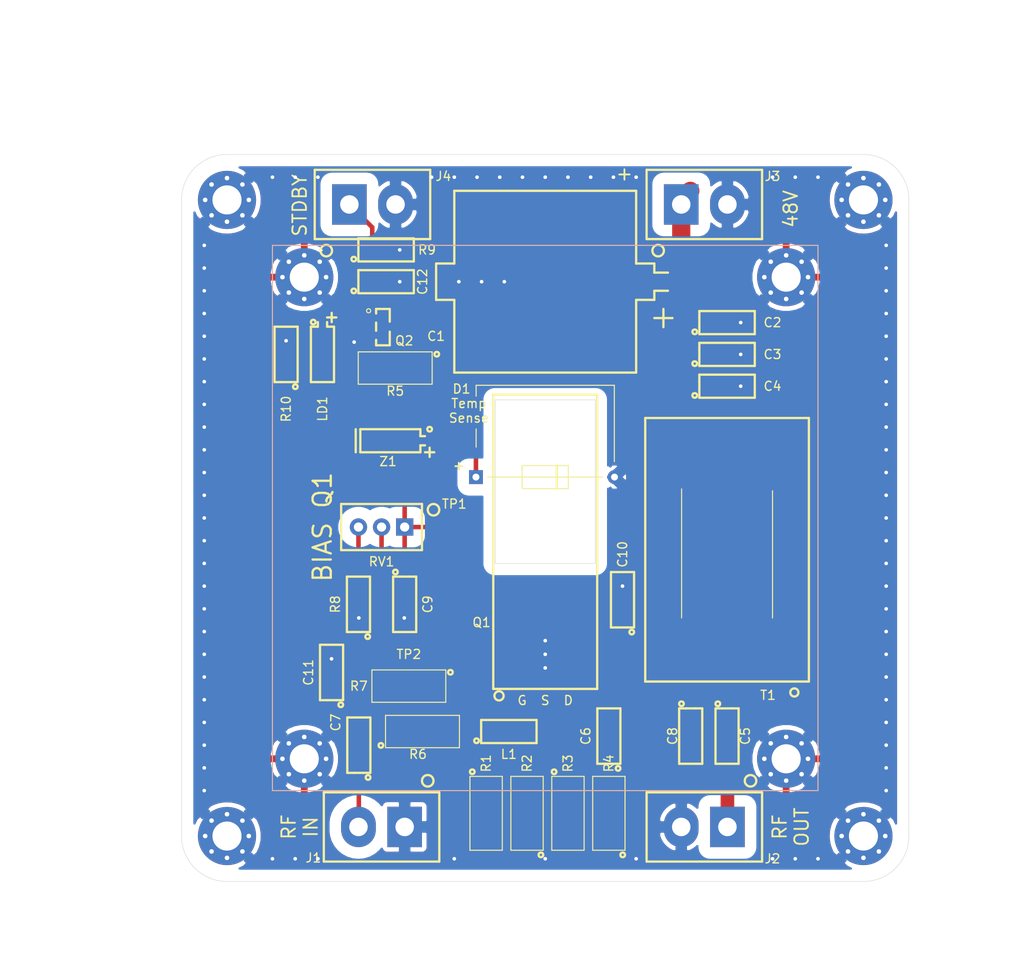
<source format=kicad_pcb>
(kicad_pcb (version 20171130) (host pcbnew 5.1.9-73d0e3b20d~88~ubuntu20.10.1)

  (general
    (thickness 1.6)
    (drawings 49)
    (tracks 182)
    (zones 0)
    (modules 44)
    (nets 20)
  )

  (page A4)
  (layers
    (0 F.Cu signal)
    (31 B.Cu signal)
    (32 B.Adhes user)
    (33 F.Adhes user)
    (34 B.Paste user)
    (35 F.Paste user)
    (36 B.SilkS user)
    (37 F.SilkS user)
    (38 B.Mask user)
    (39 F.Mask user)
    (40 Dwgs.User user)
    (41 Cmts.User user)
    (42 Eco1.User user)
    (43 Eco2.User user)
    (44 Edge.Cuts user)
    (45 Margin user)
    (46 B.CrtYd user)
    (47 F.CrtYd user)
    (48 B.Fab user)
    (49 F.Fab user)
  )

  (setup
    (last_trace_width 0.5)
    (user_trace_width 0.25)
    (user_trace_width 0.5)
    (user_trace_width 0.75)
    (user_trace_width 1)
    (user_trace_width 1.5)
    (user_trace_width 2)
    (trace_clearance 0.2)
    (zone_clearance 1.27)
    (zone_45_only no)
    (trace_min 0.2)
    (via_size 0.8)
    (via_drill 0.4)
    (via_min_size 0.4)
    (via_min_drill 0.3)
    (user_via 0.75 0.3)
    (uvia_size 0.3)
    (uvia_drill 0.1)
    (uvias_allowed no)
    (uvia_min_size 0.2)
    (uvia_min_drill 0.1)
    (edge_width 0.05)
    (segment_width 0.2)
    (pcb_text_width 0.3)
    (pcb_text_size 1.5 1.5)
    (mod_edge_width 0.12)
    (mod_text_size 1 1)
    (mod_text_width 0.15)
    (pad_size 0.508 1.27)
    (pad_drill 0)
    (pad_to_mask_clearance 0)
    (aux_axis_origin 0 0)
    (visible_elements FFFFFF7F)
    (pcbplotparams
      (layerselection 0x010fc_ffffffff)
      (usegerberextensions false)
      (usegerberattributes false)
      (usegerberadvancedattributes true)
      (creategerberjobfile true)
      (excludeedgelayer true)
      (linewidth 0.100000)
      (plotframeref false)
      (viasonmask false)
      (mode 1)
      (useauxorigin false)
      (hpglpennumber 1)
      (hpglpenspeed 20)
      (hpglpendiameter 15.000000)
      (psnegative false)
      (psa4output false)
      (plotreference true)
      (plotvalue true)
      (plotinvisibletext false)
      (padsonsilk false)
      (subtractmaskfromsilk false)
      (outputformat 1)
      (mirror false)
      (drillshape 0)
      (scaleselection 1)
      (outputdirectory "rev1A/"))
  )

  (net 0 "")
  (net 1 GND)
  (net 2 /48v)
  (net 3 /RF_OUT)
  (net 4 /T1_OUT)
  (net 5 /MRF_DRAIN)
  (net 6 "Net-(C6-Pad1)")
  (net 7 /B)
  (net 8 /A)
  (net 9 /bias_ref)
  (net 10 /bias_voltage)
  (net 11 /standby)
  (net 12 /TEMP_SENSE)
  (net 13 /E)
  (net 14 /C)
  (net 15 "Net-(LD1-Pad2)")
  (net 16 "Net-(R1-Pad2)")
  (net 17 "Net-(R2-Pad2)")
  (net 18 "Net-(R3-Pad2)")
  (net 19 "Net-(R8-Pad2)")

  (net_class Default "This is the default net class."
    (clearance 0.2)
    (trace_width 0.25)
    (via_dia 0.8)
    (via_drill 0.4)
    (uvia_dia 0.3)
    (uvia_drill 0.1)
    (add_net /48v)
    (add_net /A)
    (add_net /B)
    (add_net /C)
    (add_net /E)
    (add_net /MRF_DRAIN)
    (add_net /RF_OUT)
    (add_net /T1_OUT)
    (add_net /TEMP_SENSE)
    (add_net /bias_ref)
    (add_net /bias_voltage)
    (add_net /standby)
    (add_net GND)
    (add_net "Net-(C6-Pad1)")
    (add_net "Net-(LD1-Pad2)")
    (add_net "Net-(R1-Pad2)")
    (add_net "Net-(R2-Pad2)")
    (add_net "Net-(R3-Pad2)")
    (add_net "Net-(R8-Pad2)")
  )

  (module Amp_Main_Deck:SMD_TP (layer F.Cu) (tedit 6009B191) (tstamp 6009EAA2)
    (at 137 115)
    (descr "2mm SMD Test Point Pad")
    (path /6014DA11)
    (fp_text reference TP2 (at 3 0) (layer F.SilkS)
      (effects (font (size 1 1) (thickness 0.15)))
    )
    (fp_text value SMD_TP (at 0 2.54) (layer F.Fab) hide
      (effects (font (size 1 1) (thickness 0.15)))
    )
    (pad 1 smd circle (at 0 0) (size 2.032 2.032) (layers F.Cu F.Paste F.Mask)
      (net 10 /bias_voltage))
  )

  (module Amp_Main_Deck:SMD_TP (layer F.Cu) (tedit 6009B191) (tstamp 6009EA9D)
    (at 145 101)
    (descr "2mm SMD Test Point Pad")
    (path /6014F6B8)
    (fp_text reference TP1 (at 0 -2.54) (layer F.SilkS)
      (effects (font (size 1 1) (thickness 0.15)))
    )
    (fp_text value SMD_TP (at 0 2.54) (layer F.Fab) hide
      (effects (font (size 1 1) (thickness 0.15)))
    )
    (pad 1 smd circle (at 0 0) (size 2.032 2.032) (layers F.Cu F.Paste F.Mask)
      (net 9 /bias_ref))
  )

  (module Amp_Main_Deck:Diode_600mil (layer F.Cu) (tedit 6009AEA0) (tstamp 6009A9A1)
    (at 155 95.5)
    (path /6009E5EE)
    (fp_text reference D1 (at -9.2 -9.7) (layer F.SilkS)
      (effects (font (size 1 1) (thickness 0.15)))
    )
    (fp_text value Diode_Generic (at 0 2.6) (layer F.Fab)
      (effects (font (size 1 1) (thickness 0.15)))
    )
    (fp_line (start -6.35 0) (end 6.35 0) (layer F.SilkS) (width 0.12))
    (fp_line (start -2.54 -1.27) (end -2.54 1.27) (layer F.SilkS) (width 0.12))
    (fp_line (start -2.54 1.27) (end 2.54 1.27) (layer F.SilkS) (width 0.12))
    (fp_line (start 2.54 1.27) (end 2.54 -1.27) (layer F.SilkS) (width 0.12))
    (fp_line (start 2.54 -1.27) (end -2.54 -1.27) (layer F.SilkS) (width 0.12))
    (fp_line (start 1.27 -1.27) (end 1.27 1.27) (layer F.SilkS) (width 0.254))
    (fp_text user + (at -9.5 -1.27) (layer F.SilkS)
      (effects (font (size 1 1) (thickness 0.2032)))
    )
    (pad 1 thru_hole rect (at -7.62 0) (size 1.524 1.524) (drill 0.762) (layers *.Cu *.Mask)
      (net 12 /TEMP_SENSE))
    (pad 2 thru_hole circle (at 7.62 0) (size 1.524 1.524) (drill 0.762) (layers *.Cu *.Mask)
      (net 1 GND))
  )

  (module MountingHole:MountingHole_3.2mm_M3_Pad_Via (layer F.Cu) (tedit 56DDBCCA) (tstamp 6009A9F1)
    (at 190 65)
    (descr "Mounting Hole 3.2mm, M3")
    (tags "mounting hole 3.2mm m3")
    (path /600D2BC6)
    (attr virtual)
    (fp_text reference H5 (at 0 -4.2) (layer F.SilkS) hide
      (effects (font (size 1 1) (thickness 0.15)))
    )
    (fp_text value MountingHole_Pad (at 0 4.2) (layer F.Fab) hide
      (effects (font (size 1 1) (thickness 0.15)))
    )
    (fp_circle (center 0 0) (end 3.2 0) (layer Cmts.User) (width 0.15))
    (fp_circle (center 0 0) (end 3.45 0) (layer F.CrtYd) (width 0.05))
    (fp_text user %R (at 0.3 0) (layer F.Fab) hide
      (effects (font (size 1 1) (thickness 0.15)))
    )
    (pad 1 thru_hole circle (at 1.697056 -1.697056) (size 0.8 0.8) (drill 0.5) (layers *.Cu *.Mask)
      (net 1 GND))
    (pad 1 thru_hole circle (at 0 -2.4) (size 0.8 0.8) (drill 0.5) (layers *.Cu *.Mask)
      (net 1 GND))
    (pad 1 thru_hole circle (at -1.697056 -1.697056) (size 0.8 0.8) (drill 0.5) (layers *.Cu *.Mask)
      (net 1 GND))
    (pad 1 thru_hole circle (at -2.4 0) (size 0.8 0.8) (drill 0.5) (layers *.Cu *.Mask)
      (net 1 GND))
    (pad 1 thru_hole circle (at -1.697056 1.697056) (size 0.8 0.8) (drill 0.5) (layers *.Cu *.Mask)
      (net 1 GND))
    (pad 1 thru_hole circle (at 0 2.4) (size 0.8 0.8) (drill 0.5) (layers *.Cu *.Mask)
      (net 1 GND))
    (pad 1 thru_hole circle (at 1.697056 1.697056) (size 0.8 0.8) (drill 0.5) (layers *.Cu *.Mask)
      (net 1 GND))
    (pad 1 thru_hole circle (at 2.4 0) (size 0.8 0.8) (drill 0.5) (layers *.Cu *.Mask)
      (net 1 GND))
    (pad 1 thru_hole circle (at 0 0) (size 6.4 6.4) (drill 3.2) (layers *.Cu *.Mask)
      (net 1 GND))
  )

  (module MountingHole:MountingHole_3.2mm_M3_Pad_Via (layer F.Cu) (tedit 56DDBCCA) (tstamp 6009AA21)
    (at 190 135)
    (descr "Mounting Hole 3.2mm, M3")
    (tags "mounting hole 3.2mm m3")
    (path /600D3EB1)
    (attr virtual)
    (fp_text reference H8 (at 0 -4.2) (layer F.SilkS) hide
      (effects (font (size 1 1) (thickness 0.15)))
    )
    (fp_text value MountingHole_Pad (at 0 4.2) (layer F.Fab) hide
      (effects (font (size 1 1) (thickness 0.15)))
    )
    (fp_circle (center 0 0) (end 3.2 0) (layer Cmts.User) (width 0.15))
    (fp_circle (center 0 0) (end 3.45 0) (layer F.CrtYd) (width 0.05))
    (fp_text user %R (at 0.3 0) (layer F.Fab) hide
      (effects (font (size 1 1) (thickness 0.15)))
    )
    (pad 1 thru_hole circle (at 1.697056 -1.697056) (size 0.8 0.8) (drill 0.5) (layers *.Cu *.Mask)
      (net 1 GND))
    (pad 1 thru_hole circle (at 0 -2.4) (size 0.8 0.8) (drill 0.5) (layers *.Cu *.Mask)
      (net 1 GND))
    (pad 1 thru_hole circle (at -1.697056 -1.697056) (size 0.8 0.8) (drill 0.5) (layers *.Cu *.Mask)
      (net 1 GND))
    (pad 1 thru_hole circle (at -2.4 0) (size 0.8 0.8) (drill 0.5) (layers *.Cu *.Mask)
      (net 1 GND))
    (pad 1 thru_hole circle (at -1.697056 1.697056) (size 0.8 0.8) (drill 0.5) (layers *.Cu *.Mask)
      (net 1 GND))
    (pad 1 thru_hole circle (at 0 2.4) (size 0.8 0.8) (drill 0.5) (layers *.Cu *.Mask)
      (net 1 GND))
    (pad 1 thru_hole circle (at 1.697056 1.697056) (size 0.8 0.8) (drill 0.5) (layers *.Cu *.Mask)
      (net 1 GND))
    (pad 1 thru_hole circle (at 2.4 0) (size 0.8 0.8) (drill 0.5) (layers *.Cu *.Mask)
      (net 1 GND))
    (pad 1 thru_hole circle (at 0 0) (size 6.4 6.4) (drill 3.2) (layers *.Cu *.Mask)
      (net 1 GND))
  )

  (module Amp_Main_Deck:SOD123 (layer F.Cu) (tedit 60090C18) (tstamp 6009AB34)
    (at 140 91.5 180)
    (path /600A06E7)
    (fp_text reference Z1 (at 2.286 -2.286) (layer F.SilkS)
      (effects (font (size 1 1) (thickness 0.15)))
    )
    (fp_text value Diode_Zener (at 2.032 2.286) (layer F.Fab)
      (effects (font (size 1 1) (thickness 0.15)))
    )
    (fp_line (start 5.334 -1.27) (end 5.334 1.27) (layer F.SilkS) (width 0.254))
    (fp_line (start 5.334 1.27) (end -1.27 1.27) (layer F.SilkS) (width 0.254))
    (fp_line (start -1.27 1.27) (end -1.27 0.508) (layer F.SilkS) (width 0.254))
    (fp_line (start -1.27 0.508) (end -1.778 0.508) (layer F.SilkS) (width 0.254))
    (fp_line (start -1.778 -0.508) (end -1.27 -0.508) (layer F.SilkS) (width 0.254))
    (fp_line (start -1.27 -0.508) (end -1.27 -1.27) (layer F.SilkS) (width 0.254))
    (fp_line (start -1.27 -1.27) (end 5.334 -1.27) (layer F.SilkS) (width 0.254))
    (fp_circle (center -2.286 1.27) (end -2.032 1.27) (layer F.SilkS) (width 0.254))
    (fp_line (start -2.794 -1.27) (end -1.778 -1.27) (layer F.SilkS) (width 0.254))
    (fp_line (start -2.286 -1.778) (end -2.286 -0.762) (layer F.SilkS) (width 0.254))
    (fp_line (start 5.842 -1.27) (end 5.842 1.27) (layer F.SilkS) (width 0.254))
    (pad 2 smd rect (at 4.064 0 180) (size 1.524 1.524) (layers F.Cu F.Paste F.Mask)
      (net 9 /bias_ref))
    (pad 1 smd rect (at 0 0 180) (size 1.524 1.524) (layers F.Cu F.Paste F.Mask)
      (net 12 /TEMP_SENSE))
  )

  (module Amp_Main_Deck:744851330 (layer F.Cu) (tedit 60091497) (tstamp 6009C0E8)
    (at 180 115 90)
    (descr "Common Mode Choke Footprint")
    (path /601DB5EF)
    (fp_text reference T1 (at -4.5 -0.5 180) (layer F.SilkS)
      (effects (font (size 1 1) (thickness 0.15)))
    )
    (fp_text value CMC (at 11.6 -5.2 90) (layer F.Fab)
      (effects (font (size 1 1) (thickness 0.15)))
    )
    (fp_line (start -3 4) (end 26 4) (layer F.SilkS) (width 0.254))
    (fp_line (start 26 4) (end 26 -14) (layer F.SilkS) (width 0.254))
    (fp_line (start 26 -14) (end -3 -14) (layer F.SilkS) (width 0.254))
    (fp_line (start -3 -14) (end -3 4) (layer F.SilkS) (width 0.254))
    (fp_circle (center -4.2 2.4) (end -3.752786 2.4) (layer F.SilkS) (width 0.254))
    (fp_line (start 4 0) (end 18 0) (layer F.SilkS) (width 0.12))
    (fp_line (start 4 -10) (end 18.2 -10) (layer F.SilkS) (width 0.12))
    (pad 4 smd rect (at 22.505 0 90) (size 5 6) (layers F.Cu F.Paste F.Mask)
      (net 5 /MRF_DRAIN))
    (pad 3 smd rect (at 22.505 -10 90) (size 5 6) (layers F.Cu F.Paste F.Mask)
      (net 2 /48v))
    (pad 2 smd rect (at 0 -10 90) (size 5 6) (layers F.Cu F.Paste F.Mask)
      (net 5 /MRF_DRAIN))
    (pad 1 smd rect (at 0 0 90) (size 5 6) (layers F.Cu F.Paste F.Mask)
      (net 4 /T1_OUT))
  )

  (module Amp_Main_Deck:3296W-1-103LF (layer F.Cu) (tedit 6009B2D1) (tstamp 6009AB14)
    (at 137 101 180)
    (descr "3 pin PCB mount varible resistor")
    (path /6009AE6A)
    (fp_text reference RV1 (at 0 -3.81) (layer F.SilkS)
      (effects (font (size 1 1) (thickness 0.15)))
    )
    (fp_text value Trim_POT (at 0 3.81) (layer F.Fab)
      (effects (font (size 1 1) (thickness 0.15)))
    )
    (fp_line (start -4.445 2.54) (end 4.445 2.54) (layer F.SilkS) (width 0.254))
    (fp_line (start 4.445 2.54) (end 4.445 -2.54) (layer F.SilkS) (width 0.254))
    (fp_line (start 4.445 -2.54) (end -4.445 -2.54) (layer F.SilkS) (width 0.254))
    (fp_line (start -4.445 -2.54) (end -4.445 2.54) (layer F.SilkS) (width 0.254))
    (fp_circle (center -5.715 1.905) (end -5.08 1.905) (layer F.SilkS) (width 0.254))
    (pad 3 thru_hole oval (at 2.54 0 180) (size 1.905 1.905) (drill 1.016) (layers *.Cu *.Mask)
      (net 19 "Net-(R8-Pad2)"))
    (pad 2 thru_hole oval (at 0 0 180) (size 1.905 1.905) (drill 1.016) (layers *.Cu *.Mask)
      (net 10 /bias_voltage))
    (pad 1 thru_hole rect (at -2.54 0 180) (size 1.905 1.905) (drill 1.016) (layers *.Cu *.Mask)
      (net 9 /bias_ref))
  )

  (module Amp_Main_Deck:0805_handsolder (layer F.Cu) (tedit 6008F69B) (tstamp 6009AB08)
    (at 126.5 82 90)
    (descr "handsolder 0805")
    (path /600CC671)
    (attr smd)
    (fp_text reference R10 (at -6 0 90) (layer F.SilkS)
      (effects (font (size 1 1) (thickness 0.15)))
    )
    (fp_text value R (at 0 2.286 90) (layer F.Fab) hide
      (effects (font (size 1 1) (thickness 0.15)))
    )
    (fp_line (start -3.048 1.27) (end -3.048 0.508) (layer F.SilkS) (width 0.254))
    (fp_line (start 3.048 1.27) (end -3.048 1.27) (layer F.SilkS) (width 0.254))
    (fp_line (start 3.048 -1.27) (end 3.048 1.27) (layer F.SilkS) (width 0.254))
    (fp_line (start -3.048 -1.27) (end 3.048 -1.27) (layer F.SilkS) (width 0.254))
    (fp_line (start -3.048 -0.508) (end -3.048 -1.27) (layer F.SilkS) (width 0.254))
    (fp_poly (pts (xy 1.016 0.635) (xy -1.016 0.635) (xy -1.016 -0.635) (xy 1.016 -0.635)) (layer F.Fab) (width 0.1))
    (fp_line (start -3.048 -0.508) (end -3.048 0.508) (layer F.SilkS) (width 0.254))
    (fp_circle (center -3.556 1.016) (end -3.302 1.016) (layer F.SilkS) (width 0.254))
    (pad 2 smd rect (at 1.524 0 90) (size 2.032 1.778) (layers F.Cu F.Paste F.Mask)
      (net 1 GND))
    (pad 1 smd rect (at -1.524 0 90) (size 2.032 1.778) (layers F.Cu F.Paste F.Mask)
      (net 15 "Net-(LD1-Pad2)"))
  )

  (module Amp_Main_Deck:0805_handsolder (layer F.Cu) (tedit 6008F69B) (tstamp 6009AAFA)
    (at 137.5 70.5)
    (descr "handsolder 0805")
    (path /600CFFD2)
    (attr smd)
    (fp_text reference R9 (at 4.5 0) (layer F.SilkS)
      (effects (font (size 1 1) (thickness 0.15)))
    )
    (fp_text value R (at 0 2.286) (layer F.Fab) hide
      (effects (font (size 1 1) (thickness 0.15)))
    )
    (fp_line (start -3.048 1.27) (end -3.048 0.508) (layer F.SilkS) (width 0.254))
    (fp_line (start 3.048 1.27) (end -3.048 1.27) (layer F.SilkS) (width 0.254))
    (fp_line (start 3.048 -1.27) (end 3.048 1.27) (layer F.SilkS) (width 0.254))
    (fp_line (start -3.048 -1.27) (end 3.048 -1.27) (layer F.SilkS) (width 0.254))
    (fp_line (start -3.048 -0.508) (end -3.048 -1.27) (layer F.SilkS) (width 0.254))
    (fp_poly (pts (xy 1.016 0.635) (xy -1.016 0.635) (xy -1.016 -0.635) (xy 1.016 -0.635)) (layer F.Fab) (width 0.1))
    (fp_line (start -3.048 -0.508) (end -3.048 0.508) (layer F.SilkS) (width 0.254))
    (fp_circle (center -3.556 1.016) (end -3.302 1.016) (layer F.SilkS) (width 0.254))
    (pad 2 smd rect (at 1.524 0) (size 2.032 1.778) (layers F.Cu F.Paste F.Mask)
      (net 1 GND))
    (pad 1 smd rect (at -1.524 0) (size 2.032 1.778) (layers F.Cu F.Paste F.Mask)
      (net 11 /standby))
  )

  (module Amp_Main_Deck:0805_handsolder (layer F.Cu) (tedit 6008F69B) (tstamp 6009AAEC)
    (at 134.46 109.5 90)
    (descr "handsolder 0805")
    (path /60099472)
    (attr smd)
    (fp_text reference R8 (at 0 -2.54 90) (layer F.SilkS)
      (effects (font (size 1 1) (thickness 0.15)))
    )
    (fp_text value R (at 0 2.286 90) (layer F.Fab) hide
      (effects (font (size 1 1) (thickness 0.15)))
    )
    (fp_line (start -3.048 1.27) (end -3.048 0.508) (layer F.SilkS) (width 0.254))
    (fp_line (start 3.048 1.27) (end -3.048 1.27) (layer F.SilkS) (width 0.254))
    (fp_line (start 3.048 -1.27) (end 3.048 1.27) (layer F.SilkS) (width 0.254))
    (fp_line (start -3.048 -1.27) (end 3.048 -1.27) (layer F.SilkS) (width 0.254))
    (fp_line (start -3.048 -0.508) (end -3.048 -1.27) (layer F.SilkS) (width 0.254))
    (fp_poly (pts (xy 1.016 0.635) (xy -1.016 0.635) (xy -1.016 -0.635) (xy 1.016 -0.635)) (layer F.Fab) (width 0.1))
    (fp_line (start -3.048 -0.508) (end -3.048 0.508) (layer F.SilkS) (width 0.254))
    (fp_circle (center -3.556 1.016) (end -3.302 1.016) (layer F.SilkS) (width 0.254))
    (pad 2 smd rect (at 1.524 0 90) (size 2.032 1.778) (layers F.Cu F.Paste F.Mask)
      (net 19 "Net-(R8-Pad2)"))
    (pad 1 smd rect (at -1.524 0 90) (size 2.032 1.778) (layers F.Cu F.Paste F.Mask)
      (net 1 GND))
  )

  (module Amp_Main_Deck:2010_handsolder (layer F.Cu) (tedit 6008FADF) (tstamp 6009AADE)
    (at 140 118.5 180)
    (descr "handsolder 2010 footprint")
    (path /602B275D)
    (attr smd)
    (fp_text reference R7 (at 5.5 0) (layer F.SilkS)
      (effects (font (size 1 1) (thickness 0.15)))
    )
    (fp_text value R (at 0 3.302) (layer F.Fab) hide
      (effects (font (size 1 1) (thickness 0.15)))
    )
    (fp_circle (center -4.572 1.524) (end -4.318 1.524) (layer F.SilkS) (width 0.254))
    (fp_poly (pts (xy 2.54 1.27) (xy -2.54 1.27) (xy -2.54 -1.27) (xy 2.54 -1.27)) (layer F.Fab) (width 0.1))
    (fp_line (start -4.064 1.778) (end 4.064 1.778) (layer F.SilkS) (width 0.12))
    (fp_line (start 4.064 1.778) (end 4.064 -1.778) (layer F.SilkS) (width 0.12))
    (fp_line (start 4.064 -1.778) (end -4.064 -1.778) (layer F.SilkS) (width 0.12))
    (fp_line (start -4.064 -1.778) (end -4.064 1.778) (layer F.SilkS) (width 0.12))
    (pad 1 smd rect (at -2.794 0 180) (size 2.032 2.794) (layers F.Cu F.Paste F.Mask)
      (net 14 /C))
    (pad 2 smd rect (at 2.794 0 180) (size 2.032 2.794) (layers F.Cu F.Paste F.Mask)
      (net 10 /bias_voltage))
  )

  (module Amp_Main_Deck:2010_handsolder (layer F.Cu) (tedit 6008FADF) (tstamp 6009AAD2)
    (at 141.5 123.5)
    (descr "handsolder 2010 footprint")
    (path /602A62FE)
    (attr smd)
    (fp_text reference R6 (at -0.5 2.5) (layer F.SilkS)
      (effects (font (size 1 1) (thickness 0.15)))
    )
    (fp_text value R (at 0 3.302) (layer F.Fab) hide
      (effects (font (size 1 1) (thickness 0.15)))
    )
    (fp_circle (center -4.572 1.524) (end -4.318 1.524) (layer F.SilkS) (width 0.254))
    (fp_poly (pts (xy 2.54 1.27) (xy -2.54 1.27) (xy -2.54 -1.27) (xy 2.54 -1.27)) (layer F.Fab) (width 0.1))
    (fp_line (start -4.064 1.778) (end 4.064 1.778) (layer F.SilkS) (width 0.12))
    (fp_line (start 4.064 1.778) (end 4.064 -1.778) (layer F.SilkS) (width 0.12))
    (fp_line (start 4.064 -1.778) (end -4.064 -1.778) (layer F.SilkS) (width 0.12))
    (fp_line (start -4.064 -1.778) (end -4.064 1.778) (layer F.SilkS) (width 0.12))
    (pad 1 smd rect (at -2.794 0) (size 2.032 2.794) (layers F.Cu F.Paste F.Mask)
      (net 7 /B))
    (pad 2 smd rect (at 2.794 0) (size 2.032 2.794) (layers F.Cu F.Paste F.Mask)
      (net 14 /C))
  )

  (module Amp_Main_Deck:2010_handsolder (layer F.Cu) (tedit 6008FADF) (tstamp 6009AAC6)
    (at 138.5 83.5 180)
    (descr "handsolder 2010 footprint")
    (path /6015D0D2)
    (attr smd)
    (fp_text reference R5 (at 0 -2.54) (layer F.SilkS)
      (effects (font (size 1 1) (thickness 0.15)))
    )
    (fp_text value R (at 0 3.302) (layer F.Fab) hide
      (effects (font (size 1 1) (thickness 0.15)))
    )
    (fp_circle (center -4.572 1.524) (end -4.318 1.524) (layer F.SilkS) (width 0.254))
    (fp_poly (pts (xy 2.54 1.27) (xy -2.54 1.27) (xy -2.54 -1.27) (xy 2.54 -1.27)) (layer F.Fab) (width 0.1))
    (fp_line (start -4.064 1.778) (end 4.064 1.778) (layer F.SilkS) (width 0.12))
    (fp_line (start 4.064 1.778) (end 4.064 -1.778) (layer F.SilkS) (width 0.12))
    (fp_line (start 4.064 -1.778) (end -4.064 -1.778) (layer F.SilkS) (width 0.12))
    (fp_line (start -4.064 -1.778) (end -4.064 1.778) (layer F.SilkS) (width 0.12))
    (pad 1 smd rect (at -2.794 0 180) (size 2.032 2.794) (layers F.Cu F.Paste F.Mask)
      (net 2 /48v))
    (pad 2 smd rect (at 2.794 0 180) (size 2.032 2.794) (layers F.Cu F.Paste F.Mask)
      (net 9 /bias_ref))
  )

  (module Amp_Main_Deck:2010_handsolder (layer F.Cu) (tedit 6008FADF) (tstamp 600A0715)
    (at 162 132.5 90)
    (descr "handsolder 2010 footprint")
    (path /60099A5D)
    (attr smd)
    (fp_text reference R4 (at 5.5 0 90) (layer F.SilkS)
      (effects (font (size 1 1) (thickness 0.15)))
    )
    (fp_text value R (at 0 3.302 90) (layer F.Fab) hide
      (effects (font (size 1 1) (thickness 0.15)))
    )
    (fp_circle (center -4.572 1.524) (end -4.318 1.524) (layer F.SilkS) (width 0.254))
    (fp_poly (pts (xy 2.54 1.27) (xy -2.54 1.27) (xy -2.54 -1.27) (xy 2.54 -1.27)) (layer F.Fab) (width 0.1))
    (fp_line (start -4.064 1.778) (end 4.064 1.778) (layer F.SilkS) (width 0.12))
    (fp_line (start 4.064 1.778) (end 4.064 -1.778) (layer F.SilkS) (width 0.12))
    (fp_line (start 4.064 -1.778) (end -4.064 -1.778) (layer F.SilkS) (width 0.12))
    (fp_line (start -4.064 -1.778) (end -4.064 1.778) (layer F.SilkS) (width 0.12))
    (pad 1 smd rect (at -2.794 0 90) (size 2.032 2.794) (layers F.Cu F.Paste F.Mask)
      (net 18 "Net-(R3-Pad2)"))
    (pad 2 smd rect (at 2.794 0 90) (size 2.032 2.794) (layers F.Cu F.Paste F.Mask)
      (net 6 "Net-(C6-Pad1)"))
  )

  (module Amp_Main_Deck:2010_handsolder (layer F.Cu) (tedit 6008FADF) (tstamp 600A0736)
    (at 157.5 132.5 270)
    (descr "handsolder 2010 footprint")
    (path /6024360B)
    (attr smd)
    (fp_text reference R3 (at -5.5 0 90) (layer F.SilkS)
      (effects (font (size 1 1) (thickness 0.15)))
    )
    (fp_text value R (at 0 3.302 90) (layer F.Fab) hide
      (effects (font (size 1 1) (thickness 0.15)))
    )
    (fp_circle (center -4.572 1.524) (end -4.318 1.524) (layer F.SilkS) (width 0.254))
    (fp_poly (pts (xy 2.54 1.27) (xy -2.54 1.27) (xy -2.54 -1.27) (xy 2.54 -1.27)) (layer F.Fab) (width 0.1))
    (fp_line (start -4.064 1.778) (end 4.064 1.778) (layer F.SilkS) (width 0.12))
    (fp_line (start 4.064 1.778) (end 4.064 -1.778) (layer F.SilkS) (width 0.12))
    (fp_line (start 4.064 -1.778) (end -4.064 -1.778) (layer F.SilkS) (width 0.12))
    (fp_line (start -4.064 -1.778) (end -4.064 1.778) (layer F.SilkS) (width 0.12))
    (pad 1 smd rect (at -2.794 0 270) (size 2.032 2.794) (layers F.Cu F.Paste F.Mask)
      (net 17 "Net-(R2-Pad2)"))
    (pad 2 smd rect (at 2.794 0 270) (size 2.032 2.794) (layers F.Cu F.Paste F.Mask)
      (net 18 "Net-(R3-Pad2)"))
  )

  (module Amp_Main_Deck:2010_handsolder (layer F.Cu) (tedit 6008FADF) (tstamp 600A0757)
    (at 153 132.5 90)
    (descr "handsolder 2010 footprint")
    (path /60243D20)
    (attr smd)
    (fp_text reference R2 (at 5.5 0 90) (layer F.SilkS)
      (effects (font (size 1 1) (thickness 0.15)))
    )
    (fp_text value R (at 0 3.302 90) (layer F.Fab) hide
      (effects (font (size 1 1) (thickness 0.15)))
    )
    (fp_circle (center -4.572 1.524) (end -4.318 1.524) (layer F.SilkS) (width 0.254))
    (fp_poly (pts (xy 2.54 1.27) (xy -2.54 1.27) (xy -2.54 -1.27) (xy 2.54 -1.27)) (layer F.Fab) (width 0.1))
    (fp_line (start -4.064 1.778) (end 4.064 1.778) (layer F.SilkS) (width 0.12))
    (fp_line (start 4.064 1.778) (end 4.064 -1.778) (layer F.SilkS) (width 0.12))
    (fp_line (start 4.064 -1.778) (end -4.064 -1.778) (layer F.SilkS) (width 0.12))
    (fp_line (start -4.064 -1.778) (end -4.064 1.778) (layer F.SilkS) (width 0.12))
    (pad 1 smd rect (at -2.794 0 90) (size 2.032 2.794) (layers F.Cu F.Paste F.Mask)
      (net 16 "Net-(R1-Pad2)"))
    (pad 2 smd rect (at 2.794 0 90) (size 2.032 2.794) (layers F.Cu F.Paste F.Mask)
      (net 17 "Net-(R2-Pad2)"))
  )

  (module Amp_Main_Deck:2010_handsolder (layer F.Cu) (tedit 6008FADF) (tstamp 600A0778)
    (at 148.5 132.5 270)
    (descr "handsolder 2010 footprint")
    (path /602445FD)
    (attr smd)
    (fp_text reference R1 (at -5.5 0 90) (layer F.SilkS)
      (effects (font (size 1 1) (thickness 0.15)))
    )
    (fp_text value R (at 0 3.302 90) (layer F.Fab) hide
      (effects (font (size 1 1) (thickness 0.15)))
    )
    (fp_circle (center -4.572 1.524) (end -4.318 1.524) (layer F.SilkS) (width 0.254))
    (fp_poly (pts (xy 2.54 1.27) (xy -2.54 1.27) (xy -2.54 -1.27) (xy 2.54 -1.27)) (layer F.Fab) (width 0.1))
    (fp_line (start -4.064 1.778) (end 4.064 1.778) (layer F.SilkS) (width 0.12))
    (fp_line (start 4.064 1.778) (end 4.064 -1.778) (layer F.SilkS) (width 0.12))
    (fp_line (start 4.064 -1.778) (end -4.064 -1.778) (layer F.SilkS) (width 0.12))
    (fp_line (start -4.064 -1.778) (end -4.064 1.778) (layer F.SilkS) (width 0.12))
    (pad 1 smd rect (at -2.794 0 270) (size 2.032 2.794) (layers F.Cu F.Paste F.Mask)
      (net 14 /C))
    (pad 2 smd rect (at 2.794 0 270) (size 2.032 2.794) (layers F.Cu F.Paste F.Mask)
      (net 16 "Net-(R1-Pad2)"))
  )

  (module Amp_Main_Deck:SOT-23 (layer F.Cu) (tedit 6020599D) (tstamp 6009AA8A)
    (at 137 79 270)
    (descr "SOT-23 / TO-236AB SMD transistor footprint")
    (path /600BDC62)
    (fp_text reference Q2 (at 1.5 -2.5 180) (layer F.SilkS)
      (effects (font (size 1 1) (thickness 0.15)))
    )
    (fp_text value 2N7002 (at -0.3 3 90) (layer F.Fab)
      (effects (font (size 1 1) (thickness 0.15)))
    )
    (fp_line (start -0.6 -0.9) (end -2 -0.9) (layer F.SilkS) (width 0.254))
    (fp_line (start -2 -0.9) (end -2 0.6) (layer F.SilkS) (width 0.254))
    (fp_line (start -2 0.6) (end -1.5 0.6) (layer F.SilkS) (width 0.254))
    (fp_line (start -0.5 0.6) (end 0.4 0.6) (layer F.SilkS) (width 0.254))
    (fp_line (start 1.4 0.6) (end 2 0.6) (layer F.SilkS) (width 0.254))
    (fp_line (start 2 0.6) (end 2 -0.9) (layer F.SilkS) (width 0.254))
    (fp_line (start 2 -0.9) (end 0.5 -0.9) (layer F.SilkS) (width 0.254))
    (fp_circle (center -1.8 1.423606) (end -1.6 1.523606) (layer F.SilkS) (width 0.12))
    (pad 2 smd rect (at -0.05 -1.4 270) (size 0.508 1.27) (layers F.Cu F.Paste F.Mask)
      (net 9 /bias_ref))
    (pad 3 smd rect (at 0.9 1.1 270) (size 0.508 1.27) (layers F.Cu F.Paste F.Mask)
      (net 1 GND))
    (pad 1 smd rect (at -1 1.1 270) (size 0.508 1.27) (layers F.Cu F.Paste F.Mask)
      (net 11 /standby))
  )

  (module Amp_Main_Deck:MRF-101AN_SM (layer F.Cu) (tedit 600900E9) (tstamp 6009AA7B)
    (at 155 115)
    (descr "MRF101 Footprint Surface Mount")
    (path /600BF827)
    (fp_text reference Q1 (at -7 -3.5) (layer F.SilkS)
      (effects (font (size 1 1) (thickness 0.15)))
    )
    (fp_text value MRF101A (at 0 7.62) (layer F.Fab) hide
      (effects (font (size 1 1) (thickness 0.15)))
    )
    (fp_line (start -5.715 3.81) (end 5.715 3.81) (layer F.SilkS) (width 0.254))
    (fp_line (start 5.715 3.81) (end 5.715 -28.575) (layer F.SilkS) (width 0.254))
    (fp_line (start 5.715 -28.575) (end -5.715 -28.575) (layer F.SilkS) (width 0.254))
    (fp_line (start -5.715 -28.575) (end -5.715 3.81) (layer F.SilkS) (width 0.254))
    (fp_circle (center -5.08 4.572) (end -4.572 4.572) (layer F.SilkS) (width 0.254))
    (fp_text user G (at -2.54 5.08) (layer F.SilkS)
      (effects (font (size 1 1) (thickness 0.15)))
    )
    (fp_text user D (at 2.54 5.08) (layer F.SilkS)
      (effects (font (size 1 1) (thickness 0.15)))
    )
    (fp_text user S (at 0 5.08) (layer F.SilkS)
      (effects (font (size 1 1) (thickness 0.15)))
    )
    (pad 1 smd rect (at -2.54 0) (size 1.524 5.08) (layers F.Cu F.Paste F.Mask)
      (net 13 /E))
    (pad 2 smd rect (at 0 0) (size 1.524 5.08) (layers F.Cu F.Paste F.Mask)
      (net 1 GND))
    (pad 3 smd rect (at 2.54 0) (size 1.524 5.08) (layers F.Cu F.Paste F.Mask)
      (net 5 /MRF_DRAIN))
  )

  (module Amp_Main_Deck:0805_handsolder_Pol (layer F.Cu) (tedit 6008F2C4) (tstamp 6009AA6C)
    (at 130.5 82 270)
    (descr "handsolder 0805 with pin1+")
    (path /6009F0D9)
    (attr smd)
    (fp_text reference LD1 (at 6 0 90) (layer F.SilkS)
      (effects (font (size 1 1) (thickness 0.15)))
    )
    (fp_text value Diode_LED (at 0 2.286 90) (layer F.Fab) hide
      (effects (font (size 1 1) (thickness 0.15)))
    )
    (fp_line (start -4.064 -1.524) (end -4.064 -0.508) (layer F.SilkS) (width 0.254))
    (fp_line (start -3.556 -1.016) (end -4.572 -1.016) (layer F.SilkS) (width 0.254))
    (fp_line (start -3.048 0.508) (end -3.556 0.508) (layer F.SilkS) (width 0.254))
    (fp_line (start -3.048 1.27) (end -3.048 0.508) (layer F.SilkS) (width 0.254))
    (fp_line (start 3.048 1.27) (end -3.048 1.27) (layer F.SilkS) (width 0.254))
    (fp_line (start 3.048 -1.27) (end 3.048 1.27) (layer F.SilkS) (width 0.254))
    (fp_line (start -3.048 -1.27) (end 3.048 -1.27) (layer F.SilkS) (width 0.254))
    (fp_line (start -3.048 -0.508) (end -3.048 -1.27) (layer F.SilkS) (width 0.254))
    (fp_line (start -3.556 -0.508) (end -3.048 -0.508) (layer F.SilkS) (width 0.254))
    (fp_poly (pts (xy 1.016 0.635) (xy -1.016 0.635) (xy -1.016 -0.635) (xy 1.016 -0.635)) (layer F.Fab) (width 0.1))
    (fp_circle (center -3.556 1.016) (end -3.302 1.016) (layer F.SilkS) (width 0.254))
    (pad 1 smd rect (at -1.524 0 270) (size 2.032 1.778) (layers F.Cu F.Paste F.Mask)
      (net 11 /standby))
    (pad 2 smd rect (at 1.524 0 270) (size 2.032 1.778) (layers F.Cu F.Paste F.Mask)
      (net 15 "Net-(LD1-Pad2)"))
  )

  (module Amp_Main_Deck:0805_handsolder (layer F.Cu) (tedit 6008F69B) (tstamp 6009AA5B)
    (at 151 123.5)
    (descr "handsolder 0805")
    (path /600C17AD)
    (attr smd)
    (fp_text reference L1 (at 0 2.5) (layer F.SilkS)
      (effects (font (size 1 1) (thickness 0.15)))
    )
    (fp_text value L (at 0 2.286) (layer F.Fab) hide
      (effects (font (size 1 1) (thickness 0.15)))
    )
    (fp_line (start -3.048 1.27) (end -3.048 0.508) (layer F.SilkS) (width 0.254))
    (fp_line (start 3.048 1.27) (end -3.048 1.27) (layer F.SilkS) (width 0.254))
    (fp_line (start 3.048 -1.27) (end 3.048 1.27) (layer F.SilkS) (width 0.254))
    (fp_line (start -3.048 -1.27) (end 3.048 -1.27) (layer F.SilkS) (width 0.254))
    (fp_line (start -3.048 -0.508) (end -3.048 -1.27) (layer F.SilkS) (width 0.254))
    (fp_poly (pts (xy 1.016 0.635) (xy -1.016 0.635) (xy -1.016 -0.635) (xy 1.016 -0.635)) (layer F.Fab) (width 0.1))
    (fp_line (start -3.048 -0.508) (end -3.048 0.508) (layer F.SilkS) (width 0.254))
    (fp_circle (center -3.556 1.016) (end -3.302 1.016) (layer F.SilkS) (width 0.254))
    (pad 2 smd rect (at 1.524 0) (size 2.032 1.778) (layers F.Cu F.Paste F.Mask)
      (net 13 /E))
    (pad 1 smd rect (at -1.524 0) (size 2.032 1.778) (layers F.Cu F.Paste F.Mask)
      (net 14 /C))
  )

  (module Amp_Main_Deck:TermBlock_200mil_2pin (layer F.Cu) (tedit 60090260) (tstamp 6009AA4D)
    (at 136 65.5)
    (descr "200 Mil spaced terminal block header")
    (path /600BB7D3)
    (fp_text reference J4 (at 7.8 -3.1) (layer F.SilkS)
      (effects (font (size 1 1) (thickness 0.15)))
    )
    (fp_text value TermBlock_2pin (at 0 8.255) (layer F.Fab) hide
      (effects (font (size 1 1) (thickness 0.15)))
    )
    (fp_line (start -6.35 3.81) (end 6.35 3.81) (layer F.SilkS) (width 0.254))
    (fp_line (start 6.35 3.81) (end 6.35 -3.81) (layer F.SilkS) (width 0.254))
    (fp_line (start 6.35 -3.81) (end -6.35 -3.81) (layer F.SilkS) (width 0.254))
    (fp_line (start -6.35 -3.81) (end -6.35 3.81) (layer F.SilkS) (width 0.254))
    (fp_circle (center -5.08 5.08) (end -4.445 5.08) (layer F.SilkS) (width 0.254))
    (pad 2 thru_hole oval (at 2.54 0) (size 3.81 4.445) (drill 2.032) (layers *.Cu *.Mask)
      (net 1 GND))
    (pad 1 thru_hole rect (at -2.54 0) (size 3.81 4.445) (drill 2.032) (layers *.Cu *.Mask)
      (net 11 /standby))
  )

  (module Amp_Main_Deck:TermBlock_200mil_2pin (layer F.Cu) (tedit 60090260) (tstamp 600A0B14)
    (at 172.5 65.5)
    (descr "200 Mil spaced terminal block header")
    (path /600BB33C)
    (fp_text reference J3 (at 7.5 -3.1) (layer F.SilkS)
      (effects (font (size 1 1) (thickness 0.15)))
    )
    (fp_text value TermBlock_2pin (at 0 8.255) (layer F.Fab) hide
      (effects (font (size 1 1) (thickness 0.15)))
    )
    (fp_line (start -6.35 3.81) (end 6.35 3.81) (layer F.SilkS) (width 0.254))
    (fp_line (start 6.35 3.81) (end 6.35 -3.81) (layer F.SilkS) (width 0.254))
    (fp_line (start 6.35 -3.81) (end -6.35 -3.81) (layer F.SilkS) (width 0.254))
    (fp_line (start -6.35 -3.81) (end -6.35 3.81) (layer F.SilkS) (width 0.254))
    (fp_circle (center -5.08 5.08) (end -4.445 5.08) (layer F.SilkS) (width 0.254))
    (pad 2 thru_hole oval (at 2.54 0) (size 3.81 4.445) (drill 2.032) (layers *.Cu *.Mask)
      (net 1 GND))
    (pad 1 thru_hole rect (at -2.54 0) (size 3.81 4.445) (drill 2.032) (layers *.Cu *.Mask)
      (net 2 /48v))
  )

  (module Amp_Main_Deck:TermBlock_200mil_2pin (layer F.Cu) (tedit 60090260) (tstamp 6009AA37)
    (at 172.5 134 180)
    (descr "200 Mil spaced terminal block header")
    (path /600BA9C3)
    (fp_text reference J2 (at -7.5 -3.5) (layer F.SilkS)
      (effects (font (size 1 1) (thickness 0.15)))
    )
    (fp_text value TermBlock_2pin (at 0 8.255) (layer F.Fab) hide
      (effects (font (size 1 1) (thickness 0.15)))
    )
    (fp_line (start -6.35 3.81) (end 6.35 3.81) (layer F.SilkS) (width 0.254))
    (fp_line (start 6.35 3.81) (end 6.35 -3.81) (layer F.SilkS) (width 0.254))
    (fp_line (start 6.35 -3.81) (end -6.35 -3.81) (layer F.SilkS) (width 0.254))
    (fp_line (start -6.35 -3.81) (end -6.35 3.81) (layer F.SilkS) (width 0.254))
    (fp_circle (center -5.08 5.08) (end -4.445 5.08) (layer F.SilkS) (width 0.254))
    (pad 2 thru_hole oval (at 2.54 0 180) (size 3.81 4.445) (drill 2.032) (layers *.Cu *.Mask)
      (net 1 GND))
    (pad 1 thru_hole rect (at -2.54 0 180) (size 3.81 4.445) (drill 2.032) (layers *.Cu *.Mask)
      (net 3 /RF_OUT))
  )

  (module Amp_Main_Deck:TermBlock_200mil_2pin (layer F.Cu) (tedit 60090260) (tstamp 6009AA2C)
    (at 137 134 180)
    (descr "200 Mil spaced terminal block header")
    (path /6009D7A7)
    (fp_text reference J1 (at 7.5 -3.4) (layer F.SilkS)
      (effects (font (size 1 1) (thickness 0.15)))
    )
    (fp_text value TermBlock_2pin (at 0 8.255) (layer F.Fab) hide
      (effects (font (size 1 1) (thickness 0.15)))
    )
    (fp_line (start -6.35 3.81) (end 6.35 3.81) (layer F.SilkS) (width 0.254))
    (fp_line (start 6.35 3.81) (end 6.35 -3.81) (layer F.SilkS) (width 0.254))
    (fp_line (start 6.35 -3.81) (end -6.35 -3.81) (layer F.SilkS) (width 0.254))
    (fp_line (start -6.35 -3.81) (end -6.35 3.81) (layer F.SilkS) (width 0.254))
    (fp_circle (center -5.08 5.08) (end -4.445 5.08) (layer F.SilkS) (width 0.254))
    (pad 2 thru_hole oval (at 2.54 0 180) (size 3.81 4.445) (drill 2.032) (layers *.Cu *.Mask)
      (net 1 GND))
    (pad 1 thru_hole rect (at -2.54 0 180) (size 3.81 4.445) (drill 2.032) (layers *.Cu *.Mask)
      (net 8 /A))
  )

  (module MountingHole:MountingHole_3.2mm_M3_Pad_Via (layer F.Cu) (tedit 56DDBCCA) (tstamp 6009AA11)
    (at 181.5 126.5)
    (descr "Mounting Hole 3.2mm, M3")
    (tags "mounting hole 3.2mm m3")
    (path /600D3857)
    (attr virtual)
    (fp_text reference H7 (at 0 -4.2) (layer F.SilkS) hide
      (effects (font (size 1 1) (thickness 0.15)))
    )
    (fp_text value MountingHole_Pad (at 0 4.2) (layer F.Fab) hide
      (effects (font (size 1 1) (thickness 0.15)))
    )
    (fp_circle (center 0 0) (end 3.2 0) (layer Cmts.User) (width 0.15))
    (fp_circle (center 0 0) (end 3.45 0) (layer F.CrtYd) (width 0.05))
    (fp_text user %R (at 0.3 0) (layer F.Fab) hide
      (effects (font (size 1 1) (thickness 0.15)))
    )
    (pad 1 thru_hole circle (at 1.697056 -1.697056) (size 0.8 0.8) (drill 0.5) (layers *.Cu *.Mask)
      (net 1 GND))
    (pad 1 thru_hole circle (at 0 -2.4) (size 0.8 0.8) (drill 0.5) (layers *.Cu *.Mask)
      (net 1 GND))
    (pad 1 thru_hole circle (at -1.697056 -1.697056) (size 0.8 0.8) (drill 0.5) (layers *.Cu *.Mask)
      (net 1 GND))
    (pad 1 thru_hole circle (at -2.4 0) (size 0.8 0.8) (drill 0.5) (layers *.Cu *.Mask)
      (net 1 GND))
    (pad 1 thru_hole circle (at -1.697056 1.697056) (size 0.8 0.8) (drill 0.5) (layers *.Cu *.Mask)
      (net 1 GND))
    (pad 1 thru_hole circle (at 0 2.4) (size 0.8 0.8) (drill 0.5) (layers *.Cu *.Mask)
      (net 1 GND))
    (pad 1 thru_hole circle (at 1.697056 1.697056) (size 0.8 0.8) (drill 0.5) (layers *.Cu *.Mask)
      (net 1 GND))
    (pad 1 thru_hole circle (at 2.4 0) (size 0.8 0.8) (drill 0.5) (layers *.Cu *.Mask)
      (net 1 GND))
    (pad 1 thru_hole circle (at 0 0) (size 6.4 6.4) (drill 3.2) (layers *.Cu *.Mask)
      (net 1 GND))
  )

  (module MountingHole:MountingHole_3.2mm_M3_Pad_Via (layer F.Cu) (tedit 56DDBCCA) (tstamp 6009AA01)
    (at 128.5 73.5)
    (descr "Mounting Hole 3.2mm, M3")
    (tags "mounting hole 3.2mm m3")
    (path /600D3220)
    (attr virtual)
    (fp_text reference H6 (at 0 -4.2) (layer F.SilkS) hide
      (effects (font (size 1 1) (thickness 0.15)))
    )
    (fp_text value MountingHole_Pad (at 0 4.2) (layer F.Fab) hide
      (effects (font (size 1 1) (thickness 0.15)))
    )
    (fp_circle (center 0 0) (end 3.2 0) (layer Cmts.User) (width 0.15))
    (fp_circle (center 0 0) (end 3.45 0) (layer F.CrtYd) (width 0.05))
    (fp_text user %R (at 0.3 0) (layer F.Fab) hide
      (effects (font (size 1 1) (thickness 0.15)))
    )
    (pad 1 thru_hole circle (at 1.697056 -1.697056) (size 0.8 0.8) (drill 0.5) (layers *.Cu *.Mask)
      (net 1 GND))
    (pad 1 thru_hole circle (at 0 -2.4) (size 0.8 0.8) (drill 0.5) (layers *.Cu *.Mask)
      (net 1 GND))
    (pad 1 thru_hole circle (at -1.697056 -1.697056) (size 0.8 0.8) (drill 0.5) (layers *.Cu *.Mask)
      (net 1 GND))
    (pad 1 thru_hole circle (at -2.4 0) (size 0.8 0.8) (drill 0.5) (layers *.Cu *.Mask)
      (net 1 GND))
    (pad 1 thru_hole circle (at -1.697056 1.697056) (size 0.8 0.8) (drill 0.5) (layers *.Cu *.Mask)
      (net 1 GND))
    (pad 1 thru_hole circle (at 0 2.4) (size 0.8 0.8) (drill 0.5) (layers *.Cu *.Mask)
      (net 1 GND))
    (pad 1 thru_hole circle (at 1.697056 1.697056) (size 0.8 0.8) (drill 0.5) (layers *.Cu *.Mask)
      (net 1 GND))
    (pad 1 thru_hole circle (at 2.4 0) (size 0.8 0.8) (drill 0.5) (layers *.Cu *.Mask)
      (net 1 GND))
    (pad 1 thru_hole circle (at 0 0) (size 6.4 6.4) (drill 3.2) (layers *.Cu *.Mask)
      (net 1 GND))
  )

  (module MountingHole:MountingHole_3.2mm_M3_Pad_Via (layer F.Cu) (tedit 56DDBCCA) (tstamp 6009BF8B)
    (at 128.5 126.5)
    (descr "Mounting Hole 3.2mm, M3")
    (tags "mounting hole 3.2mm m3")
    (path /600BF4BB)
    (attr virtual)
    (fp_text reference H4 (at 0 -4.2) (layer F.SilkS) hide
      (effects (font (size 1 1) (thickness 0.15)))
    )
    (fp_text value MountingHole_Pad (at 0 4.2) (layer F.Fab) hide
      (effects (font (size 1 1) (thickness 0.15)))
    )
    (fp_circle (center 0 0) (end 3.2 0) (layer Cmts.User) (width 0.15))
    (fp_circle (center 0 0) (end 3.45 0) (layer F.CrtYd) (width 0.05))
    (fp_text user %R (at 0.3 0) (layer F.Fab) hide
      (effects (font (size 1 1) (thickness 0.15)))
    )
    (pad 1 thru_hole circle (at 1.697056 -1.697056) (size 0.8 0.8) (drill 0.5) (layers *.Cu *.Mask)
      (net 1 GND))
    (pad 1 thru_hole circle (at 0 -2.4) (size 0.8 0.8) (drill 0.5) (layers *.Cu *.Mask)
      (net 1 GND))
    (pad 1 thru_hole circle (at -1.697056 -1.697056) (size 0.8 0.8) (drill 0.5) (layers *.Cu *.Mask)
      (net 1 GND))
    (pad 1 thru_hole circle (at -2.4 0) (size 0.8 0.8) (drill 0.5) (layers *.Cu *.Mask)
      (net 1 GND))
    (pad 1 thru_hole circle (at -1.697056 1.697056) (size 0.8 0.8) (drill 0.5) (layers *.Cu *.Mask)
      (net 1 GND))
    (pad 1 thru_hole circle (at 0 2.4) (size 0.8 0.8) (drill 0.5) (layers *.Cu *.Mask)
      (net 1 GND))
    (pad 1 thru_hole circle (at 1.697056 1.697056) (size 0.8 0.8) (drill 0.5) (layers *.Cu *.Mask)
      (net 1 GND))
    (pad 1 thru_hole circle (at 2.4 0) (size 0.8 0.8) (drill 0.5) (layers *.Cu *.Mask)
      (net 1 GND))
    (pad 1 thru_hole circle (at 0 0) (size 6.4 6.4) (drill 3.2) (layers *.Cu *.Mask)
      (net 1 GND))
  )

  (module MountingHole:MountingHole_3.2mm_M3_Pad_Via (layer F.Cu) (tedit 56DDBCCA) (tstamp 6009A9D1)
    (at 120 135)
    (descr "Mounting Hole 3.2mm, M3")
    (tags "mounting hole 3.2mm m3")
    (path /600BEEC9)
    (attr virtual)
    (fp_text reference H3 (at 0 -4.2) (layer F.SilkS) hide
      (effects (font (size 1 1) (thickness 0.15)))
    )
    (fp_text value MountingHole_Pad (at 0 4.2) (layer F.Fab) hide
      (effects (font (size 1 1) (thickness 0.15)))
    )
    (fp_circle (center 0 0) (end 3.2 0) (layer Cmts.User) (width 0.15))
    (fp_circle (center 0 0) (end 3.45 0) (layer F.CrtYd) (width 0.05))
    (fp_text user %R (at 0.3 0) (layer F.Fab) hide
      (effects (font (size 1 1) (thickness 0.15)))
    )
    (pad 1 thru_hole circle (at 1.697056 -1.697056) (size 0.8 0.8) (drill 0.5) (layers *.Cu *.Mask)
      (net 1 GND))
    (pad 1 thru_hole circle (at 0 -2.4) (size 0.8 0.8) (drill 0.5) (layers *.Cu *.Mask)
      (net 1 GND))
    (pad 1 thru_hole circle (at -1.697056 -1.697056) (size 0.8 0.8) (drill 0.5) (layers *.Cu *.Mask)
      (net 1 GND))
    (pad 1 thru_hole circle (at -2.4 0) (size 0.8 0.8) (drill 0.5) (layers *.Cu *.Mask)
      (net 1 GND))
    (pad 1 thru_hole circle (at -1.697056 1.697056) (size 0.8 0.8) (drill 0.5) (layers *.Cu *.Mask)
      (net 1 GND))
    (pad 1 thru_hole circle (at 0 2.4) (size 0.8 0.8) (drill 0.5) (layers *.Cu *.Mask)
      (net 1 GND))
    (pad 1 thru_hole circle (at 1.697056 1.697056) (size 0.8 0.8) (drill 0.5) (layers *.Cu *.Mask)
      (net 1 GND))
    (pad 1 thru_hole circle (at 2.4 0) (size 0.8 0.8) (drill 0.5) (layers *.Cu *.Mask)
      (net 1 GND))
    (pad 1 thru_hole circle (at 0 0) (size 6.4 6.4) (drill 3.2) (layers *.Cu *.Mask)
      (net 1 GND))
  )

  (module MountingHole:MountingHole_3.2mm_M3_Pad_Via (layer F.Cu) (tedit 56DDBCCA) (tstamp 600A0334)
    (at 120 65)
    (descr "Mounting Hole 3.2mm, M3")
    (tags "mounting hole 3.2mm m3")
    (path /600BE8B4)
    (attr virtual)
    (fp_text reference H2 (at 0 -4.2) (layer F.SilkS) hide
      (effects (font (size 1 1) (thickness 0.15)))
    )
    (fp_text value MountingHole_Pad (at 0 4.2) (layer F.Fab) hide
      (effects (font (size 1 1) (thickness 0.15)))
    )
    (fp_circle (center 0 0) (end 3.2 0) (layer Cmts.User) (width 0.15))
    (fp_circle (center 0 0) (end 3.45 0) (layer F.CrtYd) (width 0.05))
    (fp_text user %R (at 0.3 0) (layer F.Fab) hide
      (effects (font (size 1 1) (thickness 0.15)))
    )
    (pad 1 thru_hole circle (at 1.697056 -1.697056) (size 0.8 0.8) (drill 0.5) (layers *.Cu *.Mask)
      (net 1 GND))
    (pad 1 thru_hole circle (at 0 -2.4) (size 0.8 0.8) (drill 0.5) (layers *.Cu *.Mask)
      (net 1 GND))
    (pad 1 thru_hole circle (at -1.697056 -1.697056) (size 0.8 0.8) (drill 0.5) (layers *.Cu *.Mask)
      (net 1 GND))
    (pad 1 thru_hole circle (at -2.4 0) (size 0.8 0.8) (drill 0.5) (layers *.Cu *.Mask)
      (net 1 GND))
    (pad 1 thru_hole circle (at -1.697056 1.697056) (size 0.8 0.8) (drill 0.5) (layers *.Cu *.Mask)
      (net 1 GND))
    (pad 1 thru_hole circle (at 0 2.4) (size 0.8 0.8) (drill 0.5) (layers *.Cu *.Mask)
      (net 1 GND))
    (pad 1 thru_hole circle (at 1.697056 1.697056) (size 0.8 0.8) (drill 0.5) (layers *.Cu *.Mask)
      (net 1 GND))
    (pad 1 thru_hole circle (at 2.4 0) (size 0.8 0.8) (drill 0.5) (layers *.Cu *.Mask)
      (net 1 GND))
    (pad 1 thru_hole circle (at 0 0) (size 6.4 6.4) (drill 3.2) (layers *.Cu *.Mask)
      (net 1 GND))
  )

  (module MountingHole:MountingHole_3.2mm_M3_Pad_Via (layer F.Cu) (tedit 56DDBCCA) (tstamp 6009A9B1)
    (at 181.5 73.5)
    (descr "Mounting Hole 3.2mm, M3")
    (tags "mounting hole 3.2mm m3")
    (path /600BDD90)
    (attr virtual)
    (fp_text reference H1 (at 0 -4.2) (layer F.SilkS) hide
      (effects (font (size 1 1) (thickness 0.15)))
    )
    (fp_text value MountingHole_Pad (at 0 4.2) (layer F.Fab) hide
      (effects (font (size 1 1) (thickness 0.15)))
    )
    (fp_circle (center 0 0) (end 3.2 0) (layer Cmts.User) (width 0.15))
    (fp_circle (center 0 0) (end 3.45 0) (layer F.CrtYd) (width 0.05))
    (fp_text user %R (at 0.3 0) (layer F.Fab) hide
      (effects (font (size 1 1) (thickness 0.15)))
    )
    (pad 1 thru_hole circle (at 1.697056 -1.697056) (size 0.8 0.8) (drill 0.5) (layers *.Cu *.Mask)
      (net 1 GND))
    (pad 1 thru_hole circle (at 0 -2.4) (size 0.8 0.8) (drill 0.5) (layers *.Cu *.Mask)
      (net 1 GND))
    (pad 1 thru_hole circle (at -1.697056 -1.697056) (size 0.8 0.8) (drill 0.5) (layers *.Cu *.Mask)
      (net 1 GND))
    (pad 1 thru_hole circle (at -2.4 0) (size 0.8 0.8) (drill 0.5) (layers *.Cu *.Mask)
      (net 1 GND))
    (pad 1 thru_hole circle (at -1.697056 1.697056) (size 0.8 0.8) (drill 0.5) (layers *.Cu *.Mask)
      (net 1 GND))
    (pad 1 thru_hole circle (at 0 2.4) (size 0.8 0.8) (drill 0.5) (layers *.Cu *.Mask)
      (net 1 GND))
    (pad 1 thru_hole circle (at 1.697056 1.697056) (size 0.8 0.8) (drill 0.5) (layers *.Cu *.Mask)
      (net 1 GND))
    (pad 1 thru_hole circle (at 2.4 0) (size 0.8 0.8) (drill 0.5) (layers *.Cu *.Mask)
      (net 1 GND))
    (pad 1 thru_hole circle (at 0 0) (size 6.4 6.4) (drill 3.2) (layers *.Cu *.Mask)
      (net 1 GND))
  )

  (module Amp_Main_Deck:0805_handsolder (layer F.Cu) (tedit 6008F69B) (tstamp 6009A999)
    (at 137.5 74)
    (descr "handsolder 0805")
    (path /600D2D45)
    (attr smd)
    (fp_text reference C12 (at 4 0 90) (layer F.SilkS)
      (effects (font (size 1 1) (thickness 0.15)))
    )
    (fp_text value C (at 0 2.286) (layer F.Fab) hide
      (effects (font (size 1 1) (thickness 0.15)))
    )
    (fp_line (start -3.048 1.27) (end -3.048 0.508) (layer F.SilkS) (width 0.254))
    (fp_line (start 3.048 1.27) (end -3.048 1.27) (layer F.SilkS) (width 0.254))
    (fp_line (start 3.048 -1.27) (end 3.048 1.27) (layer F.SilkS) (width 0.254))
    (fp_line (start -3.048 -1.27) (end 3.048 -1.27) (layer F.SilkS) (width 0.254))
    (fp_line (start -3.048 -0.508) (end -3.048 -1.27) (layer F.SilkS) (width 0.254))
    (fp_poly (pts (xy 1.016 0.635) (xy -1.016 0.635) (xy -1.016 -0.635) (xy 1.016 -0.635)) (layer F.Fab) (width 0.1))
    (fp_line (start -3.048 -0.508) (end -3.048 0.508) (layer F.SilkS) (width 0.254))
    (fp_circle (center -3.556 1.016) (end -3.302 1.016) (layer F.SilkS) (width 0.254))
    (pad 2 smd rect (at 1.524 0) (size 2.032 1.778) (layers F.Cu F.Paste F.Mask)
      (net 1 GND))
    (pad 1 smd rect (at -1.524 0) (size 2.032 1.778) (layers F.Cu F.Paste F.Mask)
      (net 11 /standby))
  )

  (module Amp_Main_Deck:0805_handsolder (layer F.Cu) (tedit 6008F69B) (tstamp 6009A98B)
    (at 131.5 117 90)
    (descr "handsolder 0805")
    (path /6028114E)
    (attr smd)
    (fp_text reference C11 (at 0 -2.54 90) (layer F.SilkS)
      (effects (font (size 1 1) (thickness 0.15)))
    )
    (fp_text value C (at 0 2.286 90) (layer F.Fab) hide
      (effects (font (size 1 1) (thickness 0.15)))
    )
    (fp_line (start -3.048 1.27) (end -3.048 0.508) (layer F.SilkS) (width 0.254))
    (fp_line (start 3.048 1.27) (end -3.048 1.27) (layer F.SilkS) (width 0.254))
    (fp_line (start 3.048 -1.27) (end 3.048 1.27) (layer F.SilkS) (width 0.254))
    (fp_line (start -3.048 -1.27) (end 3.048 -1.27) (layer F.SilkS) (width 0.254))
    (fp_line (start -3.048 -0.508) (end -3.048 -1.27) (layer F.SilkS) (width 0.254))
    (fp_poly (pts (xy 1.016 0.635) (xy -1.016 0.635) (xy -1.016 -0.635) (xy 1.016 -0.635)) (layer F.Fab) (width 0.1))
    (fp_line (start -3.048 -0.508) (end -3.048 0.508) (layer F.SilkS) (width 0.254))
    (fp_circle (center -3.556 1.016) (end -3.302 1.016) (layer F.SilkS) (width 0.254))
    (pad 2 smd rect (at 1.524 0 90) (size 2.032 1.778) (layers F.Cu F.Paste F.Mask)
      (net 1 GND))
    (pad 1 smd rect (at -1.524 0 90) (size 2.032 1.778) (layers F.Cu F.Paste F.Mask)
      (net 10 /bias_voltage))
  )

  (module Amp_Main_Deck:0805_handsolder (layer F.Cu) (tedit 6008F69B) (tstamp 6009A97D)
    (at 163.5 109 90)
    (descr "handsolder 0805")
    (path /6023861A)
    (attr smd)
    (fp_text reference C10 (at 5 0 90) (layer F.SilkS)
      (effects (font (size 1 1) (thickness 0.15)))
    )
    (fp_text value C (at 0 2.286 90) (layer F.Fab) hide
      (effects (font (size 1 1) (thickness 0.15)))
    )
    (fp_line (start -3.048 1.27) (end -3.048 0.508) (layer F.SilkS) (width 0.254))
    (fp_line (start 3.048 1.27) (end -3.048 1.27) (layer F.SilkS) (width 0.254))
    (fp_line (start 3.048 -1.27) (end 3.048 1.27) (layer F.SilkS) (width 0.254))
    (fp_line (start -3.048 -1.27) (end 3.048 -1.27) (layer F.SilkS) (width 0.254))
    (fp_line (start -3.048 -0.508) (end -3.048 -1.27) (layer F.SilkS) (width 0.254))
    (fp_poly (pts (xy 1.016 0.635) (xy -1.016 0.635) (xy -1.016 -0.635) (xy 1.016 -0.635)) (layer F.Fab) (width 0.1))
    (fp_line (start -3.048 -0.508) (end -3.048 0.508) (layer F.SilkS) (width 0.254))
    (fp_circle (center -3.556 1.016) (end -3.302 1.016) (layer F.SilkS) (width 0.254))
    (pad 2 smd rect (at 1.524 0 90) (size 2.032 1.778) (layers F.Cu F.Paste F.Mask)
      (net 1 GND))
    (pad 1 smd rect (at -1.524 0 90) (size 2.032 1.778) (layers F.Cu F.Paste F.Mask)
      (net 5 /MRF_DRAIN))
  )

  (module Amp_Main_Deck:0805_handsolder (layer F.Cu) (tedit 6008F69B) (tstamp 6009A96F)
    (at 139.54 109.5 270)
    (descr "handsolder 0805")
    (path /60181CED)
    (attr smd)
    (fp_text reference C9 (at 0 -2.54 90) (layer F.SilkS)
      (effects (font (size 1 1) (thickness 0.15)))
    )
    (fp_text value C (at 0 2.286 90) (layer F.Fab) hide
      (effects (font (size 1 1) (thickness 0.15)))
    )
    (fp_line (start -3.048 1.27) (end -3.048 0.508) (layer F.SilkS) (width 0.254))
    (fp_line (start 3.048 1.27) (end -3.048 1.27) (layer F.SilkS) (width 0.254))
    (fp_line (start 3.048 -1.27) (end 3.048 1.27) (layer F.SilkS) (width 0.254))
    (fp_line (start -3.048 -1.27) (end 3.048 -1.27) (layer F.SilkS) (width 0.254))
    (fp_line (start -3.048 -0.508) (end -3.048 -1.27) (layer F.SilkS) (width 0.254))
    (fp_poly (pts (xy 1.016 0.635) (xy -1.016 0.635) (xy -1.016 -0.635) (xy 1.016 -0.635)) (layer F.Fab) (width 0.1))
    (fp_line (start -3.048 -0.508) (end -3.048 0.508) (layer F.SilkS) (width 0.254))
    (fp_circle (center -3.556 1.016) (end -3.302 1.016) (layer F.SilkS) (width 0.254))
    (pad 2 smd rect (at 1.524 0 270) (size 2.032 1.778) (layers F.Cu F.Paste F.Mask)
      (net 1 GND))
    (pad 1 smd rect (at -1.524 0 270) (size 2.032 1.778) (layers F.Cu F.Paste F.Mask)
      (net 9 /bias_ref))
  )

  (module Amp_Main_Deck:0805_handsolder (layer F.Cu) (tedit 6008F69B) (tstamp 6009A961)
    (at 171 124 270)
    (descr "handsolder 0805")
    (path /6020BAA3)
    (attr smd)
    (fp_text reference C8 (at 0 2 90) (layer F.SilkS)
      (effects (font (size 1 1) (thickness 0.15)))
    )
    (fp_text value C (at 0 2.286 90) (layer F.Fab) hide
      (effects (font (size 1 1) (thickness 0.15)))
    )
    (fp_line (start -3.048 1.27) (end -3.048 0.508) (layer F.SilkS) (width 0.254))
    (fp_line (start 3.048 1.27) (end -3.048 1.27) (layer F.SilkS) (width 0.254))
    (fp_line (start 3.048 -1.27) (end 3.048 1.27) (layer F.SilkS) (width 0.254))
    (fp_line (start -3.048 -1.27) (end 3.048 -1.27) (layer F.SilkS) (width 0.254))
    (fp_line (start -3.048 -0.508) (end -3.048 -1.27) (layer F.SilkS) (width 0.254))
    (fp_poly (pts (xy 1.016 0.635) (xy -1.016 0.635) (xy -1.016 -0.635) (xy 1.016 -0.635)) (layer F.Fab) (width 0.1))
    (fp_line (start -3.048 -0.508) (end -3.048 0.508) (layer F.SilkS) (width 0.254))
    (fp_circle (center -3.556 1.016) (end -3.302 1.016) (layer F.SilkS) (width 0.254))
    (pad 2 smd rect (at 1.524 0 270) (size 2.032 1.778) (layers F.Cu F.Paste F.Mask)
      (net 3 /RF_OUT))
    (pad 1 smd rect (at -1.524 0 270) (size 2.032 1.778) (layers F.Cu F.Paste F.Mask)
      (net 4 /T1_OUT))
  )

  (module Amp_Main_Deck:0805_handsolder (layer F.Cu) (tedit 6008F69B) (tstamp 6009A953)
    (at 134.5 125 90)
    (descr "handsolder 0805")
    (path /601FD6AE)
    (attr smd)
    (fp_text reference C7 (at 2.5 -2.54 90) (layer F.SilkS)
      (effects (font (size 1 1) (thickness 0.15)))
    )
    (fp_text value C (at 0 2.286 90) (layer F.Fab) hide
      (effects (font (size 1 1) (thickness 0.15)))
    )
    (fp_line (start -3.048 1.27) (end -3.048 0.508) (layer F.SilkS) (width 0.254))
    (fp_line (start 3.048 1.27) (end -3.048 1.27) (layer F.SilkS) (width 0.254))
    (fp_line (start 3.048 -1.27) (end 3.048 1.27) (layer F.SilkS) (width 0.254))
    (fp_line (start -3.048 -1.27) (end 3.048 -1.27) (layer F.SilkS) (width 0.254))
    (fp_line (start -3.048 -0.508) (end -3.048 -1.27) (layer F.SilkS) (width 0.254))
    (fp_poly (pts (xy 1.016 0.635) (xy -1.016 0.635) (xy -1.016 -0.635) (xy 1.016 -0.635)) (layer F.Fab) (width 0.1))
    (fp_line (start -3.048 -0.508) (end -3.048 0.508) (layer F.SilkS) (width 0.254))
    (fp_circle (center -3.556 1.016) (end -3.302 1.016) (layer F.SilkS) (width 0.254))
    (pad 2 smd rect (at 1.524 0 90) (size 2.032 1.778) (layers F.Cu F.Paste F.Mask)
      (net 7 /B))
    (pad 1 smd rect (at -1.524 0 90) (size 2.032 1.778) (layers F.Cu F.Paste F.Mask)
      (net 8 /A))
  )

  (module Amp_Main_Deck:0805_handsolder (layer F.Cu) (tedit 6008F69B) (tstamp 6009A945)
    (at 162 124 90)
    (descr "handsolder 0805")
    (path /6009302A)
    (attr smd)
    (fp_text reference C6 (at 0 -2.54 90) (layer F.SilkS)
      (effects (font (size 1 1) (thickness 0.15)))
    )
    (fp_text value C (at 0 2.286 90) (layer F.Fab) hide
      (effects (font (size 1 1) (thickness 0.15)))
    )
    (fp_line (start -3.048 1.27) (end -3.048 0.508) (layer F.SilkS) (width 0.254))
    (fp_line (start 3.048 1.27) (end -3.048 1.27) (layer F.SilkS) (width 0.254))
    (fp_line (start 3.048 -1.27) (end 3.048 1.27) (layer F.SilkS) (width 0.254))
    (fp_line (start -3.048 -1.27) (end 3.048 -1.27) (layer F.SilkS) (width 0.254))
    (fp_line (start -3.048 -0.508) (end -3.048 -1.27) (layer F.SilkS) (width 0.254))
    (fp_poly (pts (xy 1.016 0.635) (xy -1.016 0.635) (xy -1.016 -0.635) (xy 1.016 -0.635)) (layer F.Fab) (width 0.1))
    (fp_line (start -3.048 -0.508) (end -3.048 0.508) (layer F.SilkS) (width 0.254))
    (fp_circle (center -3.556 1.016) (end -3.302 1.016) (layer F.SilkS) (width 0.254))
    (pad 2 smd rect (at 1.524 0 90) (size 2.032 1.778) (layers F.Cu F.Paste F.Mask)
      (net 5 /MRF_DRAIN))
    (pad 1 smd rect (at -1.524 0 90) (size 2.032 1.778) (layers F.Cu F.Paste F.Mask)
      (net 6 "Net-(C6-Pad1)"))
  )

  (module Amp_Main_Deck:0805_handsolder (layer F.Cu) (tedit 6008F69B) (tstamp 6009A937)
    (at 175 124 270)
    (descr "handsolder 0805")
    (path /6020B0C0)
    (attr smd)
    (fp_text reference C5 (at 0 -2 90) (layer F.SilkS)
      (effects (font (size 1 1) (thickness 0.15)))
    )
    (fp_text value C (at 0 2.286 90) (layer F.Fab) hide
      (effects (font (size 1 1) (thickness 0.15)))
    )
    (fp_line (start -3.048 1.27) (end -3.048 0.508) (layer F.SilkS) (width 0.254))
    (fp_line (start 3.048 1.27) (end -3.048 1.27) (layer F.SilkS) (width 0.254))
    (fp_line (start 3.048 -1.27) (end 3.048 1.27) (layer F.SilkS) (width 0.254))
    (fp_line (start -3.048 -1.27) (end 3.048 -1.27) (layer F.SilkS) (width 0.254))
    (fp_line (start -3.048 -0.508) (end -3.048 -1.27) (layer F.SilkS) (width 0.254))
    (fp_poly (pts (xy 1.016 0.635) (xy -1.016 0.635) (xy -1.016 -0.635) (xy 1.016 -0.635)) (layer F.Fab) (width 0.1))
    (fp_line (start -3.048 -0.508) (end -3.048 0.508) (layer F.SilkS) (width 0.254))
    (fp_circle (center -3.556 1.016) (end -3.302 1.016) (layer F.SilkS) (width 0.254))
    (pad 2 smd rect (at 1.524 0 270) (size 2.032 1.778) (layers F.Cu F.Paste F.Mask)
      (net 3 /RF_OUT))
    (pad 1 smd rect (at -1.524 0 270) (size 2.032 1.778) (layers F.Cu F.Paste F.Mask)
      (net 4 /T1_OUT))
  )

  (module Amp_Main_Deck:0805_handsolder (layer F.Cu) (tedit 6008F69B) (tstamp 6009A929)
    (at 175 85.5)
    (descr "handsolder 0805")
    (path /600B78D0)
    (attr smd)
    (fp_text reference C4 (at 5 0) (layer F.SilkS)
      (effects (font (size 1 1) (thickness 0.15)))
    )
    (fp_text value C (at 0 2.286) (layer F.Fab) hide
      (effects (font (size 1 1) (thickness 0.15)))
    )
    (fp_line (start -3.048 1.27) (end -3.048 0.508) (layer F.SilkS) (width 0.254))
    (fp_line (start 3.048 1.27) (end -3.048 1.27) (layer F.SilkS) (width 0.254))
    (fp_line (start 3.048 -1.27) (end 3.048 1.27) (layer F.SilkS) (width 0.254))
    (fp_line (start -3.048 -1.27) (end 3.048 -1.27) (layer F.SilkS) (width 0.254))
    (fp_line (start -3.048 -0.508) (end -3.048 -1.27) (layer F.SilkS) (width 0.254))
    (fp_poly (pts (xy 1.016 0.635) (xy -1.016 0.635) (xy -1.016 -0.635) (xy 1.016 -0.635)) (layer F.Fab) (width 0.1))
    (fp_line (start -3.048 -0.508) (end -3.048 0.508) (layer F.SilkS) (width 0.254))
    (fp_circle (center -3.556 1.016) (end -3.302 1.016) (layer F.SilkS) (width 0.254))
    (pad 2 smd rect (at 1.524 0) (size 2.032 1.778) (layers F.Cu F.Paste F.Mask)
      (net 1 GND))
    (pad 1 smd rect (at -1.524 0) (size 2.032 1.778) (layers F.Cu F.Paste F.Mask)
      (net 2 /48v))
  )

  (module Amp_Main_Deck:0805_handsolder (layer F.Cu) (tedit 6008F69B) (tstamp 6009A91B)
    (at 175 82)
    (descr "handsolder 0805")
    (path /600B7047)
    (attr smd)
    (fp_text reference C3 (at 5 0) (layer F.SilkS)
      (effects (font (size 1 1) (thickness 0.15)))
    )
    (fp_text value C (at 0 2.286) (layer F.Fab) hide
      (effects (font (size 1 1) (thickness 0.15)))
    )
    (fp_line (start -3.048 1.27) (end -3.048 0.508) (layer F.SilkS) (width 0.254))
    (fp_line (start 3.048 1.27) (end -3.048 1.27) (layer F.SilkS) (width 0.254))
    (fp_line (start 3.048 -1.27) (end 3.048 1.27) (layer F.SilkS) (width 0.254))
    (fp_line (start -3.048 -1.27) (end 3.048 -1.27) (layer F.SilkS) (width 0.254))
    (fp_line (start -3.048 -0.508) (end -3.048 -1.27) (layer F.SilkS) (width 0.254))
    (fp_poly (pts (xy 1.016 0.635) (xy -1.016 0.635) (xy -1.016 -0.635) (xy 1.016 -0.635)) (layer F.Fab) (width 0.1))
    (fp_line (start -3.048 -0.508) (end -3.048 0.508) (layer F.SilkS) (width 0.254))
    (fp_circle (center -3.556 1.016) (end -3.302 1.016) (layer F.SilkS) (width 0.254))
    (pad 2 smd rect (at 1.524 0) (size 2.032 1.778) (layers F.Cu F.Paste F.Mask)
      (net 1 GND))
    (pad 1 smd rect (at -1.524 0) (size 2.032 1.778) (layers F.Cu F.Paste F.Mask)
      (net 2 /48v))
  )

  (module Amp_Main_Deck:0805_handsolder (layer F.Cu) (tedit 6008F69B) (tstamp 6009A90D)
    (at 175 78.5)
    (descr "handsolder 0805")
    (path /600B5AC0)
    (attr smd)
    (fp_text reference C2 (at 5 0) (layer F.SilkS)
      (effects (font (size 1 1) (thickness 0.15)))
    )
    (fp_text value C (at 0 2.286) (layer F.Fab) hide
      (effects (font (size 1 1) (thickness 0.15)))
    )
    (fp_line (start -3.048 1.27) (end -3.048 0.508) (layer F.SilkS) (width 0.254))
    (fp_line (start 3.048 1.27) (end -3.048 1.27) (layer F.SilkS) (width 0.254))
    (fp_line (start 3.048 -1.27) (end 3.048 1.27) (layer F.SilkS) (width 0.254))
    (fp_line (start -3.048 -1.27) (end 3.048 -1.27) (layer F.SilkS) (width 0.254))
    (fp_line (start -3.048 -0.508) (end -3.048 -1.27) (layer F.SilkS) (width 0.254))
    (fp_poly (pts (xy 1.016 0.635) (xy -1.016 0.635) (xy -1.016 -0.635) (xy 1.016 -0.635)) (layer F.Fab) (width 0.1))
    (fp_line (start -3.048 -0.508) (end -3.048 0.508) (layer F.SilkS) (width 0.254))
    (fp_circle (center -3.556 1.016) (end -3.302 1.016) (layer F.SilkS) (width 0.254))
    (pad 2 smd rect (at 1.524 0) (size 2.032 1.778) (layers F.Cu F.Paste F.Mask)
      (net 1 GND))
    (pad 1 smd rect (at -1.524 0) (size 2.032 1.778) (layers F.Cu F.Paste F.Mask)
      (net 2 /48v))
  )

  (module Amp_Main_Deck:UCZ1K331MNQ1MS (layer F.Cu) (tedit 600907FE) (tstamp 6009A8FF)
    (at 155 74 180)
    (descr "18x16.5mm SMD capacitor footprint polarized")
    (path /600B2135)
    (fp_text reference C1 (at 12 -6) (layer F.SilkS)
      (effects (font (size 1 1) (thickness 0.15)))
    )
    (fp_text value CP (at 0 6.35) (layer F.Fab)
      (effects (font (size 1 1) (thickness 0.15)))
    )
    (fp_line (start -10 -10) (end 10 -10) (layer F.SilkS) (width 0.254))
    (fp_line (start 10 -10) (end 10 -2) (layer F.SilkS) (width 0.254))
    (fp_line (start 10 2) (end 10 10) (layer F.SilkS) (width 0.254))
    (fp_line (start 10 10) (end -10 10) (layer F.SilkS) (width 0.254))
    (fp_line (start -10 10) (end -10 2) (layer F.SilkS) (width 0.254))
    (fp_line (start -10 -2) (end -10 -10) (layer F.SilkS) (width 0.254))
    (fp_line (start -10 2) (end -12 2) (layer F.SilkS) (width 0.254))
    (fp_line (start -12 2) (end -12 1) (layer F.SilkS) (width 0.254))
    (fp_line (start -12 1) (end -13.5 1) (layer F.SilkS) (width 0.254))
    (fp_line (start -13.5 -1) (end -12 -1) (layer F.SilkS) (width 0.254))
    (fp_line (start -12 -1) (end -12 -2) (layer F.SilkS) (width 0.254))
    (fp_line (start -12 -2) (end -10 -2) (layer F.SilkS) (width 0.254))
    (fp_line (start 10 -2) (end 12 -2) (layer F.SilkS) (width 0.254))
    (fp_line (start 12 -2) (end 12 2) (layer F.SilkS) (width 0.254))
    (fp_line (start 12 2) (end 12 2) (layer F.SilkS) (width 0.12))
    (fp_line (start 12 2) (end 10 2) (layer F.SilkS) (width 0.254))
    (fp_line (start -14 -4) (end -12 -4) (layer F.SilkS) (width 0.254))
    (fp_line (start -13 -5) (end -13 -3) (layer F.SilkS) (width 0.254))
    (pad 2 smd rect (at 7.112 0 180) (size 8.255 2.54) (layers F.Cu F.Paste F.Mask)
      (net 1 GND))
    (pad 1 smd rect (at -7.112 0 180) (size 8.255 2.54) (layers F.Cu F.Paste F.Mask)
      (net 2 /48v))
  )

  (gr_line (start 147.4 86.6) (end 147.4 85.4) (layer F.SilkS) (width 0.12) (tstamp 600A0F76))
  (gr_text "Temp\nSense" (at 146.6 88.2) (layer F.SilkS)
    (effects (font (size 1 1) (thickness 0.15)))
  )
  (gr_line (start 162.6 85.4) (end 162.6 93.8) (layer F.SilkS) (width 0.12))
  (gr_line (start 147.4 85.4) (end 162.6 85.4) (layer F.SilkS) (width 0.12))
  (gr_line (start 147.4 92.2) (end 147.4 90.2) (layer F.SilkS) (width 0.12))
  (dimension 53 (width 0.15) (layer Dwgs.User)
    (gr_text "53.000 mm" (at 201.3 100 270) (layer Dwgs.User)
      (effects (font (size 1 1) (thickness 0.15)))
    )
    (feature1 (pts (xy 181.5 126.5) (xy 200.586421 126.5)))
    (feature2 (pts (xy 181.5 73.5) (xy 200.586421 73.5)))
    (crossbar (pts (xy 200 73.5) (xy 200 126.5)))
    (arrow1a (pts (xy 200 126.5) (xy 199.413579 125.373496)))
    (arrow1b (pts (xy 200 126.5) (xy 200.586421 125.373496)))
    (arrow2a (pts (xy 200 73.5) (xy 199.413579 74.626504)))
    (arrow2b (pts (xy 200 73.5) (xy 200.586421 74.626504)))
  )
  (dimension 53 (width 0.15) (layer Dwgs.User)
    (gr_text "53.000 mm" (at 155 146.3) (layer Dwgs.User)
      (effects (font (size 1 1) (thickness 0.15)))
    )
    (feature1 (pts (xy 181.5 126.5) (xy 181.5 145.586421)))
    (feature2 (pts (xy 128.5 126.5) (xy 128.5 145.586421)))
    (crossbar (pts (xy 128.5 145) (xy 181.5 145)))
    (arrow1a (pts (xy 181.5 145) (xy 180.373496 145.586421)))
    (arrow1b (pts (xy 181.5 145) (xy 180.373496 144.413579)))
    (arrow2a (pts (xy 128.5 145) (xy 129.626504 145.586421)))
    (arrow2b (pts (xy 128.5 145) (xy 129.626504 144.413579)))
  )
  (dimension 70 (width 0.15) (layer Dwgs.User)
    (gr_text "70.000 mm" (at 155 151.3) (layer Dwgs.User)
      (effects (font (size 1 1) (thickness 0.15)))
    )
    (feature1 (pts (xy 190 135) (xy 190 150.586421)))
    (feature2 (pts (xy 120 135) (xy 120 150.586421)))
    (crossbar (pts (xy 120 150) (xy 190 150)))
    (arrow1a (pts (xy 190 150) (xy 188.873496 150.586421)))
    (arrow1b (pts (xy 190 150) (xy 188.873496 149.413579)))
    (arrow2a (pts (xy 120 150) (xy 121.126504 150.586421)))
    (arrow2b (pts (xy 120 150) (xy 121.126504 149.413579)))
  )
  (dimension 70 (width 0.15) (layer Dwgs.User)
    (gr_text "70.000 mm" (at 206.3 100 90) (layer Dwgs.User)
      (effects (font (size 1 1) (thickness 0.15)))
    )
    (feature1 (pts (xy 190 65) (xy 205.586421 65)))
    (feature2 (pts (xy 190 135) (xy 205.586421 135)))
    (crossbar (pts (xy 205 135) (xy 205 65)))
    (arrow1a (pts (xy 205 65) (xy 205.586421 66.126504)))
    (arrow1b (pts (xy 205 65) (xy 204.413579 66.126504)))
    (arrow2a (pts (xy 205 135) (xy 205.586421 133.873496)))
    (arrow2b (pts (xy 205 135) (xy 204.413579 133.873496)))
  )
  (dimension 53 (width 0.15) (layer Dwgs.User)
    (gr_text "53.000 mm" (at 103.7 100 270) (layer Dwgs.User)
      (effects (font (size 1 1) (thickness 0.15)))
    )
    (feature1 (pts (xy 128.5 126.5) (xy 104.413579 126.5)))
    (feature2 (pts (xy 128.5 73.5) (xy 104.413579 73.5)))
    (crossbar (pts (xy 105 73.5) (xy 105 126.5)))
    (arrow1a (pts (xy 105 126.5) (xy 104.413579 125.373496)))
    (arrow1b (pts (xy 105 126.5) (xy 105.586421 125.373496)))
    (arrow2a (pts (xy 105 73.5) (xy 104.413579 74.626504)))
    (arrow2b (pts (xy 105 73.5) (xy 105.586421 74.626504)))
  )
  (dimension 13.5 (width 0.15) (layer Dwgs.User)
    (gr_text "13.500 mm" (at 103.7 133.25 270) (layer Dwgs.User)
      (effects (font (size 1 1) (thickness 0.15)))
    )
    (feature1 (pts (xy 128.5 140) (xy 104.413579 140)))
    (feature2 (pts (xy 128.5 126.5) (xy 104.413579 126.5)))
    (crossbar (pts (xy 105 126.5) (xy 105 140)))
    (arrow1a (pts (xy 105 140) (xy 104.413579 138.873496)))
    (arrow1b (pts (xy 105 140) (xy 105.586421 138.873496)))
    (arrow2a (pts (xy 105 126.5) (xy 104.413579 127.626504)))
    (arrow2b (pts (xy 105 126.5) (xy 105.586421 127.626504)))
  )
  (dimension 13.5 (width 0.15) (layer Dwgs.User)
    (gr_text "13.500 mm" (at 103.7 66.75 90) (layer Dwgs.User)
      (effects (font (size 1 1) (thickness 0.15)))
    )
    (feature1 (pts (xy 128.5 60) (xy 104.413579 60)))
    (feature2 (pts (xy 128.5 73.5) (xy 104.413579 73.5)))
    (crossbar (pts (xy 105 73.5) (xy 105 60)))
    (arrow1a (pts (xy 105 60) (xy 105.586421 61.126504)))
    (arrow1b (pts (xy 105 60) (xy 104.413579 61.126504)))
    (arrow2a (pts (xy 105 73.5) (xy 105.586421 72.373496)))
    (arrow2b (pts (xy 105 73.5) (xy 104.413579 72.373496)))
  )
  (dimension 70 (width 0.15) (layer Dwgs.User)
    (gr_text "70.000 mm" (at 108.7 100 270) (layer Dwgs.User)
      (effects (font (size 1 1) (thickness 0.15)))
    )
    (feature1 (pts (xy 120 135) (xy 109.413579 135)))
    (feature2 (pts (xy 120 65) (xy 109.413579 65)))
    (crossbar (pts (xy 110 65) (xy 110 135)))
    (arrow1a (pts (xy 110 135) (xy 109.413579 133.873496)))
    (arrow1b (pts (xy 110 135) (xy 110.586421 133.873496)))
    (arrow2a (pts (xy 110 65) (xy 109.413579 66.126504)))
    (arrow2b (pts (xy 110 65) (xy 110.586421 66.126504)))
  )
  (dimension 5 (width 0.15) (layer Dwgs.User)
    (gr_text "5.000 mm" (at 108.7 62.5 90) (layer Dwgs.User)
      (effects (font (size 1 1) (thickness 0.15)))
    )
    (feature1 (pts (xy 120 60) (xy 109.413579 60)))
    (feature2 (pts (xy 120 65) (xy 109.413579 65)))
    (crossbar (pts (xy 110 65) (xy 110 60)))
    (arrow1a (pts (xy 110 60) (xy 110.586421 61.126504)))
    (arrow1b (pts (xy 110 60) (xy 109.413579 61.126504)))
    (arrow2a (pts (xy 110 65) (xy 110.586421 63.873496)))
    (arrow2b (pts (xy 110 65) (xy 109.413579 63.873496)))
  )
  (dimension 5 (width 0.15) (layer Dwgs.User)
    (gr_text "5.000 mm" (at 108.7 137.5 270) (layer Dwgs.User)
      (effects (font (size 1 1) (thickness 0.15)))
    )
    (feature1 (pts (xy 120 140) (xy 109.413579 140)))
    (feature2 (pts (xy 120 135) (xy 109.413579 135)))
    (crossbar (pts (xy 110 135) (xy 110 140)))
    (arrow1a (pts (xy 110 140) (xy 109.413579 138.873496)))
    (arrow1b (pts (xy 110 140) (xy 110.586421 138.873496)))
    (arrow2a (pts (xy 110 135) (xy 109.413579 136.126504)))
    (arrow2b (pts (xy 110 135) (xy 110.586421 136.126504)))
  )
  (dimension 80 (width 0.15) (layer Dwgs.User)
    (gr_text "80.000 mm" (at 98.7 100 270) (layer Dwgs.User)
      (effects (font (size 1 1) (thickness 0.15)))
    )
    (feature1 (pts (xy 115 140) (xy 99.413579 140)))
    (feature2 (pts (xy 115 60) (xy 99.413579 60)))
    (crossbar (pts (xy 100 60) (xy 100 140)))
    (arrow1a (pts (xy 100 140) (xy 99.413579 138.873496)))
    (arrow1b (pts (xy 100 140) (xy 100.586421 138.873496)))
    (arrow2a (pts (xy 100 60) (xy 99.413579 61.126504)))
    (arrow2b (pts (xy 100 60) (xy 100.586421 61.126504)))
  )
  (dimension 53 (width 0.15) (layer Dwgs.User)
    (gr_text "53.000 mm" (at 155 48.7) (layer Dwgs.User)
      (effects (font (size 1 1) (thickness 0.15)))
    )
    (feature1 (pts (xy 181.5 73.5) (xy 181.5 49.413579)))
    (feature2 (pts (xy 128.5 73.5) (xy 128.5 49.413579)))
    (crossbar (pts (xy 128.5 50) (xy 181.5 50)))
    (arrow1a (pts (xy 181.5 50) (xy 180.373496 50.586421)))
    (arrow1b (pts (xy 181.5 50) (xy 180.373496 49.413579)))
    (arrow2a (pts (xy 128.5 50) (xy 129.626504 50.586421)))
    (arrow2b (pts (xy 128.5 50) (xy 129.626504 49.413579)))
  )
  (dimension 70 (width 0.15) (layer Dwgs.User)
    (gr_text "70.000 mm" (at 155 53.7) (layer Dwgs.User)
      (effects (font (size 1 1) (thickness 0.15)))
    )
    (feature1 (pts (xy 190 65) (xy 190 54.413579)))
    (feature2 (pts (xy 120 65) (xy 120 54.413579)))
    (crossbar (pts (xy 120 55) (xy 190 55)))
    (arrow1a (pts (xy 190 55) (xy 188.873496 55.586421)))
    (arrow1b (pts (xy 190 55) (xy 188.873496 54.413579)))
    (arrow2a (pts (xy 120 55) (xy 121.126504 55.586421)))
    (arrow2b (pts (xy 120 55) (xy 121.126504 54.413579)))
  )
  (dimension 13.5 (width 0.15) (layer Dwgs.User)
    (gr_text "13.500 mm" (at 188.25 48.7) (layer Dwgs.User)
      (effects (font (size 1 1) (thickness 0.15)))
    )
    (feature1 (pts (xy 195 73.5) (xy 195 49.413579)))
    (feature2 (pts (xy 181.5 73.5) (xy 181.5 49.413579)))
    (crossbar (pts (xy 181.5 50) (xy 195 50)))
    (arrow1a (pts (xy 195 50) (xy 193.873496 50.586421)))
    (arrow1b (pts (xy 195 50) (xy 193.873496 49.413579)))
    (arrow2a (pts (xy 181.5 50) (xy 182.626504 50.586421)))
    (arrow2b (pts (xy 181.5 50) (xy 182.626504 49.413579)))
  )
  (dimension 5 (width 0.15) (layer Dwgs.User)
    (gr_text "5.000 mm" (at 192.5 53.7) (layer Dwgs.User)
      (effects (font (size 1 1) (thickness 0.15)))
    )
    (feature1 (pts (xy 195 65) (xy 195 54.413579)))
    (feature2 (pts (xy 190 65) (xy 190 54.413579)))
    (crossbar (pts (xy 190 55) (xy 195 55)))
    (arrow1a (pts (xy 195 55) (xy 193.873496 55.586421)))
    (arrow1b (pts (xy 195 55) (xy 193.873496 54.413579)))
    (arrow2a (pts (xy 190 55) (xy 191.126504 55.586421)))
    (arrow2b (pts (xy 190 55) (xy 191.126504 54.413579)))
  )
  (dimension 13.5 (width 0.15) (layer Dwgs.User)
    (gr_text "13.500 mm" (at 121.75 48.7) (layer Dwgs.User)
      (effects (font (size 1 1) (thickness 0.15)))
    )
    (feature1 (pts (xy 115 73.5) (xy 115 49.413579)))
    (feature2 (pts (xy 128.5 73.5) (xy 128.5 49.413579)))
    (crossbar (pts (xy 128.5 50) (xy 115 50)))
    (arrow1a (pts (xy 115 50) (xy 116.126504 49.413579)))
    (arrow1b (pts (xy 115 50) (xy 116.126504 50.586421)))
    (arrow2a (pts (xy 128.5 50) (xy 127.373496 49.413579)))
    (arrow2b (pts (xy 128.5 50) (xy 127.373496 50.586421)))
  )
  (dimension 5 (width 0.15) (layer Dwgs.User)
    (gr_text "5.000 mm" (at 117.5 53.7) (layer Dwgs.User)
      (effects (font (size 1 1) (thickness 0.15)))
    )
    (feature1 (pts (xy 115 65) (xy 115 54.413579)))
    (feature2 (pts (xy 120 65) (xy 120 54.413579)))
    (crossbar (pts (xy 120 55) (xy 115 55)))
    (arrow1a (pts (xy 115 55) (xy 116.126504 54.413579)))
    (arrow1b (pts (xy 115 55) (xy 116.126504 55.586421)))
    (arrow2a (pts (xy 120 55) (xy 118.873496 54.413579)))
    (arrow2b (pts (xy 120 55) (xy 118.873496 55.586421)))
  )
  (dimension 80 (width 0.15) (layer Dwgs.User)
    (gr_text "80.000 mm" (at 155 43.7) (layer Dwgs.User)
      (effects (font (size 1 1) (thickness 0.15)))
    )
    (feature1 (pts (xy 195 60) (xy 195 44.413579)))
    (feature2 (pts (xy 115 60) (xy 115 44.413579)))
    (crossbar (pts (xy 115 45) (xy 195 45)))
    (arrow1a (pts (xy 195 45) (xy 193.873496 45.586421)))
    (arrow1b (pts (xy 195 45) (xy 193.873496 44.413579)))
    (arrow2a (pts (xy 115 45) (xy 116.126504 45.586421)))
    (arrow2b (pts (xy 115 45) (xy 116.126504 44.413579)))
  )
  (gr_text "RF\nIN" (at 128 134 90) (layer F.SilkS) (tstamp 600A0843)
    (effects (font (size 1.5 1.5) (thickness 0.2)))
  )
  (gr_text "RF\nOUT" (at 182 134 90) (layer F.SilkS) (tstamp 600A083F)
    (effects (font (size 1.5 1.5) (thickness 0.2)))
  )
  (gr_line (start 185 70) (end 125 70) (layer B.SilkS) (width 0.12) (tstamp 600A054C))
  (gr_line (start 185 130) (end 185 70) (layer B.SilkS) (width 0.12))
  (gr_line (start 125 130) (end 185 130) (layer B.SilkS) (width 0.12))
  (gr_line (start 125 70) (end 125 130) (layer B.SilkS) (width 0.12))
  (gr_arc (start 120 65) (end 120 60) (angle -90) (layer Edge.Cuts) (width 0.05))
  (gr_arc (start 190 65) (end 195 65) (angle -90) (layer Edge.Cuts) (width 0.05))
  (gr_arc (start 190 135) (end 190 140) (angle -90) (layer Edge.Cuts) (width 0.05))
  (gr_arc (start 120 135) (end 115 135) (angle -90) (layer Edge.Cuts) (width 0.05))
  (gr_line (start 190 60) (end 120 60) (layer Edge.Cuts) (width 0.05))
  (gr_line (start 195 135) (end 195 65) (layer Edge.Cuts) (width 0.05))
  (gr_line (start 120 140) (end 190 140) (layer Edge.Cuts) (width 0.05))
  (gr_line (start 115 65) (end 115 135) (layer Edge.Cuts) (width 0.05))
  (gr_text + (at 163.6 62.2 90) (layer F.SilkS) (tstamp 600A0292)
    (effects (font (size 1.5 1.5) (thickness 0.2)))
  )
  (gr_text 48V (at 182 66 90) (layer F.SilkS) (tstamp 600A028B)
    (effects (font (size 1.5 1.5) (thickness 0.2)))
  )
  (gr_text STDBY (at 128 65.6 90) (layer F.SilkS)
    (effects (font (size 1.5 1.5) (thickness 0.2)))
  )
  (gr_text "BIAS Q1" (at 130.5 101 90) (layer F.SilkS)
    (effects (font (size 2 2) (thickness 0.254)))
  )
  (gr_line (start 149.5 87) (end 149.5 105) (layer Edge.Cuts) (width 0.05) (tstamp 6009CFEA))
  (gr_line (start 160.5 87) (end 149.5 87) (layer Edge.Cuts) (width 0.05))
  (gr_line (start 160.5 105) (end 160.5 87) (layer Edge.Cuts) (width 0.05))
  (gr_line (start 149.5 105) (end 160.5 105) (layer Edge.Cuts) (width 0.05))
  (gr_line (start 185 70) (end 125 70) (layer B.CrtYd) (width 0.05) (tstamp 6009BFD2))
  (gr_line (start 185 130) (end 185 70) (layer B.CrtYd) (width 0.05))
  (gr_line (start 125 130) (end 185 130) (layer B.CrtYd) (width 0.05))
  (gr_line (start 125 70) (end 125 130) (layer B.CrtYd) (width 0.05))

  (via (at 133.985 80.645) (size 0.8) (drill 0.4) (layers F.Cu B.Cu) (net 1))
  (via (at 176.5 85.5) (size 0.8) (drill 0.4) (layers F.Cu B.Cu) (net 1))
  (via (at 176.5 82) (size 0.8) (drill 0.4) (layers F.Cu B.Cu) (net 1))
  (via (at 176.5 78.5) (size 0.8) (drill 0.4) (layers F.Cu B.Cu) (net 1))
  (via (at 150.5 74) (size 0.8) (drill 0.4) (layers F.Cu B.Cu) (net 1))
  (via (at 145.5 74) (size 0.8) (drill 0.4) (layers F.Cu B.Cu) (net 1))
  (via (at 148 74) (size 0.8) (drill 0.4) (layers F.Cu B.Cu) (net 1))
  (via (at 139 70.5) (size 0.8) (drill 0.4) (layers F.Cu B.Cu) (net 1))
  (via (at 139 74) (size 0.8) (drill 0.4) (layers F.Cu B.Cu) (net 1))
  (via (at 126.5 80.5) (size 0.8) (drill 0.4) (layers F.Cu B.Cu) (net 1))
  (via (at 139.5 111) (size 0.8) (drill 0.4) (layers F.Cu B.Cu) (net 1))
  (via (at 134.5 111) (size 0.8) (drill 0.4) (layers F.Cu B.Cu) (net 1))
  (via (at 131.5 115.5) (size 0.8) (drill 0.4) (layers F.Cu B.Cu) (net 1))
  (via (at 163.5 107.5) (size 0.8) (drill 0.4) (layers F.Cu B.Cu) (net 1))
  (via (at 155 113.5) (size 0.8) (drill 0.4) (layers F.Cu B.Cu) (net 1))
  (via (at 155 115) (size 0.8) (drill 0.4) (layers F.Cu B.Cu) (net 1))
  (via (at 155 116.5) (size 0.8) (drill 0.4) (layers F.Cu B.Cu) (net 1))
  (segment (start 181.5 73.5) (end 181.5 67.5) (width 0.75) (layer F.Cu) (net 1))
  (segment (start 181.5 73.5) (end 187.5 73.5) (width 0.75) (layer F.Cu) (net 1))
  (segment (start 181.5 126.5) (end 187 126.5) (width 0.75) (layer F.Cu) (net 1))
  (segment (start 181.5 126.5) (end 181.5 132) (width 0.75) (layer F.Cu) (net 1))
  (segment (start 128.5 126.5) (end 128.5 131.5) (width 0.75) (layer F.Cu) (net 1))
  (segment (start 128.5 126.5) (end 123.5 126.5) (width 0.75) (layer F.Cu) (net 1))
  (segment (start 128.5 73.5) (end 122.5 73.5) (width 0.75) (layer F.Cu) (net 1))
  (segment (start 128.5 73.5) (end 128.5 68) (width 0.75) (layer F.Cu) (net 1))
  (via (at 125 62.5) (size 0.8) (drill 0.4) (layers F.Cu B.Cu) (net 1))
  (via (at 127.5 62.5) (size 0.8) (drill 0.4) (layers F.Cu B.Cu) (net 1))
  (via (at 130 62.5) (size 0.8) (drill 0.4) (layers F.Cu B.Cu) (net 1))
  (via (at 142.5 62.5) (size 0.8) (drill 0.4) (layers F.Cu B.Cu) (net 1))
  (via (at 145 62.5) (size 0.8) (drill 0.4) (layers F.Cu B.Cu) (net 1))
  (via (at 147.5 62.5) (size 0.8) (drill 0.4) (layers F.Cu B.Cu) (net 1))
  (via (at 150 62.5) (size 0.8) (drill 0.4) (layers F.Cu B.Cu) (net 1))
  (via (at 152.5 62.5) (size 0.8) (drill 0.4) (layers F.Cu B.Cu) (net 1))
  (via (at 155 62.5) (size 0.8) (drill 0.4) (layers F.Cu B.Cu) (net 1))
  (via (at 157.5 62.5) (size 0.8) (drill 0.4) (layers F.Cu B.Cu) (net 1))
  (via (at 160 62.5) (size 0.8) (drill 0.4) (layers F.Cu B.Cu) (net 1))
  (via (at 162.5 62.5) (size 0.8) (drill 0.4) (layers F.Cu B.Cu) (net 1))
  (via (at 165 62.5) (size 0.8) (drill 0.4) (layers F.Cu B.Cu) (net 1))
  (via (at 180 62.5) (size 0.8) (drill 0.4) (layers F.Cu B.Cu) (net 1))
  (via (at 182.5 62.5) (size 0.8) (drill 0.4) (layers F.Cu B.Cu) (net 1))
  (via (at 185 62.5) (size 0.8) (drill 0.4) (layers F.Cu B.Cu) (net 1))
  (via (at 192.5 70) (size 0.8) (drill 0.4) (layers F.Cu B.Cu) (net 1))
  (via (at 192.5 72.5) (size 0.8) (drill 0.4) (layers F.Cu B.Cu) (net 1))
  (via (at 192.5 75) (size 0.8) (drill 0.4) (layers F.Cu B.Cu) (net 1))
  (via (at 192.5 77.5) (size 0.8) (drill 0.4) (layers F.Cu B.Cu) (net 1))
  (via (at 192.5 80) (size 0.8) (drill 0.4) (layers F.Cu B.Cu) (net 1))
  (via (at 192.5 82.5) (size 0.8) (drill 0.4) (layers F.Cu B.Cu) (net 1))
  (via (at 192.5 85) (size 0.8) (drill 0.4) (layers F.Cu B.Cu) (net 1))
  (via (at 192.5 87.5) (size 0.8) (drill 0.4) (layers F.Cu B.Cu) (net 1))
  (via (at 192.5 90) (size 0.8) (drill 0.4) (layers F.Cu B.Cu) (net 1))
  (via (at 192.5 92.5) (size 0.8) (drill 0.4) (layers F.Cu B.Cu) (net 1))
  (via (at 192.5 95) (size 0.8) (drill 0.4) (layers F.Cu B.Cu) (net 1))
  (via (at 192.5 97.5) (size 0.8) (drill 0.4) (layers F.Cu B.Cu) (net 1))
  (via (at 192.5 100) (size 0.8) (drill 0.4) (layers F.Cu B.Cu) (net 1))
  (via (at 192.5 102.5) (size 0.8) (drill 0.4) (layers F.Cu B.Cu) (net 1))
  (via (at 192.5 105) (size 0.8) (drill 0.4) (layers F.Cu B.Cu) (net 1))
  (via (at 192.5 107.5) (size 0.8) (drill 0.4) (layers F.Cu B.Cu) (net 1))
  (via (at 192.5 110) (size 0.8) (drill 0.4) (layers F.Cu B.Cu) (net 1))
  (via (at 192.5 112.5) (size 0.8) (drill 0.4) (layers F.Cu B.Cu) (net 1))
  (via (at 192.5 115) (size 0.8) (drill 0.4) (layers F.Cu B.Cu) (net 1))
  (via (at 192.5 117.5) (size 0.8) (drill 0.4) (layers F.Cu B.Cu) (net 1))
  (via (at 192.5 120) (size 0.8) (drill 0.4) (layers F.Cu B.Cu) (net 1))
  (via (at 192.5 122.5) (size 0.8) (drill 0.4) (layers F.Cu B.Cu) (net 1))
  (via (at 192.5 125) (size 0.8) (drill 0.4) (layers F.Cu B.Cu) (net 1))
  (via (at 192.5 127.5) (size 0.8) (drill 0.4) (layers F.Cu B.Cu) (net 1))
  (via (at 192.5 130) (size 0.8) (drill 0.4) (layers F.Cu B.Cu) (net 1))
  (via (at 185 137.5) (size 0.8) (drill 0.4) (layers F.Cu B.Cu) (net 1))
  (via (at 182.5 137.5) (size 0.8) (drill 0.4) (layers F.Cu B.Cu) (net 1))
  (via (at 180 137.5) (size 0.8) (drill 0.4) (layers F.Cu B.Cu) (net 1))
  (via (at 165 137.5) (size 0.8) (drill 0.4) (layers F.Cu B.Cu) (net 1))
  (via (at 145 137.5) (size 0.8) (drill 0.4) (layers F.Cu B.Cu) (net 1))
  (via (at 130 137.5) (size 0.8) (drill 0.4) (layers F.Cu B.Cu) (net 1))
  (via (at 127.5 137.5) (size 0.8) (drill 0.4) (layers F.Cu B.Cu) (net 1))
  (via (at 125 137.5) (size 0.8) (drill 0.4) (layers F.Cu B.Cu) (net 1))
  (via (at 117.5 130) (size 0.8) (drill 0.4) (layers F.Cu B.Cu) (net 1))
  (via (at 117.5 127.5) (size 0.8) (drill 0.4) (layers F.Cu B.Cu) (net 1))
  (via (at 117.5 125) (size 0.8) (drill 0.4) (layers F.Cu B.Cu) (net 1))
  (via (at 117.5 122.5) (size 0.8) (drill 0.4) (layers F.Cu B.Cu) (net 1))
  (via (at 117.5 120) (size 0.8) (drill 0.4) (layers F.Cu B.Cu) (net 1))
  (via (at 117.5 117.5) (size 0.8) (drill 0.4) (layers F.Cu B.Cu) (net 1))
  (via (at 117.5 115) (size 0.8) (drill 0.4) (layers F.Cu B.Cu) (net 1))
  (via (at 117.5 112.5) (size 0.8) (drill 0.4) (layers F.Cu B.Cu) (net 1))
  (via (at 117.5 110) (size 0.8) (drill 0.4) (layers F.Cu B.Cu) (net 1))
  (via (at 117.5 107.5) (size 0.8) (drill 0.4) (layers F.Cu B.Cu) (net 1))
  (via (at 117.5 105) (size 0.8) (drill 0.4) (layers F.Cu B.Cu) (net 1))
  (via (at 117.5 102.5) (size 0.8) (drill 0.4) (layers F.Cu B.Cu) (net 1))
  (via (at 117.5 100) (size 0.8) (drill 0.4) (layers F.Cu B.Cu) (net 1))
  (via (at 117.5 97.5) (size 0.8) (drill 0.4) (layers F.Cu B.Cu) (net 1))
  (via (at 117.5 95) (size 0.8) (drill 0.4) (layers F.Cu B.Cu) (net 1))
  (via (at 117.5 92.5) (size 0.8) (drill 0.4) (layers F.Cu B.Cu) (net 1))
  (via (at 117.5 90) (size 0.8) (drill 0.4) (layers F.Cu B.Cu) (net 1))
  (via (at 117.5 87.5) (size 0.8) (drill 0.4) (layers F.Cu B.Cu) (net 1))
  (via (at 117.5 85) (size 0.8) (drill 0.4) (layers F.Cu B.Cu) (net 1))
  (via (at 117.5 82.5) (size 0.8) (drill 0.4) (layers F.Cu B.Cu) (net 1))
  (via (at 117.5 80) (size 0.8) (drill 0.4) (layers F.Cu B.Cu) (net 1))
  (via (at 117.5 77.5) (size 0.8) (drill 0.4) (layers F.Cu B.Cu) (net 1))
  (via (at 117.5 75) (size 0.8) (drill 0.4) (layers F.Cu B.Cu) (net 1))
  (via (at 117.5 72.5) (size 0.8) (drill 0.4) (layers F.Cu B.Cu) (net 1))
  (via (at 117.5 70) (size 0.8) (drill 0.4) (layers F.Cu B.Cu) (net 1))
  (via (at 155 137.5) (size 0.8) (drill 0.4) (layers F.Cu B.Cu) (net 1))
  (segment (start 134.73 79.9) (end 133.985 80.645) (width 0.5) (layer F.Cu) (net 1))
  (segment (start 135.9 79.9) (end 134.73 79.9) (width 0.5) (layer F.Cu) (net 1))
  (segment (start 170 64.96) (end 170.96 64) (width 2) (layer F.Cu) (net 2))
  (segment (start 169.5 74) (end 170 74.5) (width 2) (layer F.Cu) (net 2))
  (segment (start 162.112 74) (end 169.5 74) (width 2) (layer F.Cu) (net 2))
  (segment (start 170.5 78.5) (end 170 79) (width 1) (layer F.Cu) (net 2))
  (segment (start 173.476 78.5) (end 170.5 78.5) (width 1) (layer F.Cu) (net 2))
  (segment (start 170 79) (end 170 74.5) (width 2) (layer F.Cu) (net 2))
  (segment (start 173.476 82) (end 170 82) (width 1) (layer F.Cu) (net 2))
  (segment (start 170 82) (end 170 79) (width 2) (layer F.Cu) (net 2))
  (segment (start 173.476 85.5) (end 170 85.5) (width 1) (layer F.Cu) (net 2))
  (segment (start 170 86) (end 170 82) (width 2) (layer F.Cu) (net 2))
  (segment (start 170 92.495) (end 170 86) (width 2) (layer F.Cu) (net 2))
  (segment (start 162.112 78.388) (end 162.112 74) (width 0.5) (layer F.Cu) (net 2))
  (segment (start 157 83.5) (end 162.112 78.388) (width 0.5) (layer F.Cu) (net 2))
  (segment (start 141.294 83.5) (end 157 83.5) (width 0.5) (layer F.Cu) (net 2))
  (segment (start 169.96 74.46) (end 170 74.5) (width 2) (layer F.Cu) (net 2))
  (segment (start 169.96 65.5) (end 169.96 74.46) (width 2) (layer F.Cu) (net 2))
  (segment (start 171 125.524) (end 175 125.524) (width 1.5) (layer F.Cu) (net 3))
  (segment (start 175.04 125.564) (end 175 125.524) (width 1.5) (layer F.Cu) (net 3))
  (segment (start 175.04 134) (end 175.04 125.564) (width 1.5) (layer F.Cu) (net 3))
  (segment (start 180 115) (end 180 119.5) (width 1.5) (layer F.Cu) (net 4))
  (segment (start 177.024 122.476) (end 175 122.476) (width 1.5) (layer F.Cu) (net 4))
  (segment (start 180 119.5) (end 177.024 122.476) (width 1.5) (layer F.Cu) (net 4))
  (segment (start 175 122.476) (end 171 122.476) (width 1.5) (layer F.Cu) (net 4))
  (segment (start 162 122.476) (end 162 115) (width 0.75) (layer F.Cu) (net 5))
  (segment (start 163.5 110.524) (end 163.5 115) (width 1.5) (layer F.Cu) (net 5))
  (segment (start 163.5 115) (end 170 115) (width 2) (layer F.Cu) (net 5))
  (segment (start 162 115) (end 163.5 115) (width 2) (layer F.Cu) (net 5))
  (segment (start 170 115) (end 170 109) (width 2) (layer F.Cu) (net 5))
  (segment (start 180 99) (end 180 92.495) (width 2) (layer F.Cu) (net 5))
  (segment (start 170 109) (end 180 99) (width 2) (layer F.Cu) (net 5))
  (segment (start 157.54 115) (end 158.4 115) (width 1.5) (layer F.Cu) (net 5))
  (segment (start 162 115) (end 158.4 115) (width 2) (layer F.Cu) (net 5))
  (segment (start 162 125.524) (end 162 129.706) (width 0.5) (layer F.Cu) (net 6))
  (segment (start 138.682 123.476) (end 138.706 123.5) (width 0.5) (layer F.Cu) (net 7))
  (segment (start 134.5 123.476) (end 138.682 123.476) (width 0.5) (layer F.Cu) (net 7))
  (segment (start 134.5 134.46) (end 134.46 134.5) (width 0.5) (layer F.Cu) (net 8))
  (segment (start 134.5 133.96) (end 134.46 134) (width 0.5) (layer F.Cu) (net 8))
  (segment (start 134.5 126.524) (end 134.5 133.96) (width 0.5) (layer F.Cu) (net 8))
  (segment (start 135.706 91.27) (end 135.936 91.5) (width 0.5) (layer F.Cu) (net 9))
  (segment (start 135.706 83.5) (end 135.706 91.27) (width 0.5) (layer F.Cu) (net 9))
  (segment (start 135.9 83.306) (end 135.706 83.5) (width 0.5) (layer F.Cu) (net 9))
  (segment (start 139.54 101) (end 139.54 107.976) (width 0.5) (layer F.Cu) (net 9))
  (segment (start 135.936 91.5) (end 135.936 93.436) (width 0.5) (layer F.Cu) (net 9))
  (segment (start 139.54 97.04) (end 139.54 101) (width 0.5) (layer F.Cu) (net 9))
  (segment (start 135.936 93.436) (end 139.54 97.04) (width 0.5) (layer F.Cu) (net 9))
  (segment (start 145 101) (end 139.54 101) (width 0.5) (layer F.Cu) (net 9))
  (segment (start 135.706 83.5) (end 135.706 82.734) (width 0.5) (layer F.Cu) (net 9))
  (segment (start 138.4 80.04) (end 138.4 78.95) (width 0.5) (layer F.Cu) (net 9))
  (segment (start 135.706 82.734) (end 138.4 80.04) (width 0.5) (layer F.Cu) (net 9))
  (segment (start 137.182 118.524) (end 137.206 118.5) (width 0.5) (layer F.Cu) (net 10))
  (segment (start 131.5 118.524) (end 137.182 118.524) (width 0.5) (layer F.Cu) (net 10))
  (segment (start 137 101) (end 137 115) (width 0.5) (layer F.Cu) (net 10))
  (segment (start 137 118.294) (end 137.206 118.5) (width 0.5) (layer F.Cu) (net 10))
  (segment (start 137 115) (end 137 118.294) (width 0.5) (layer F.Cu) (net 10))
  (segment (start 132.524 80.476) (end 130.5 80.476) (width 0.5) (layer F.Cu) (net 11))
  (segment (start 135 78) (end 132.524 80.476) (width 0.5) (layer F.Cu) (net 11))
  (segment (start 135.9 78) (end 135 78) (width 0.5) (layer F.Cu) (net 11))
  (segment (start 135.976 70.5) (end 135.976 74) (width 0.5) (layer F.Cu) (net 11))
  (segment (start 135.976 77.924) (end 135.9 78) (width 0.5) (layer F.Cu) (net 11))
  (segment (start 135.976 74) (end 135.976 77.924) (width 0.5) (layer F.Cu) (net 11))
  (segment (start 133.96 65) (end 133.96 66.46) (width 0.5) (layer F.Cu) (net 11))
  (segment (start 135.976 68.016) (end 133.46 65.5) (width 0.5) (layer F.Cu) (net 11))
  (segment (start 135.976 70.5) (end 135.976 68.016) (width 0.5) (layer F.Cu) (net 11))
  (segment (start 146 91.5) (end 140 91.5) (width 0.5) (layer F.Cu) (net 12))
  (segment (start 147.38 92.88) (end 146 91.5) (width 0.5) (layer F.Cu) (net 12))
  (segment (start 147.38 95.5) (end 147.38 92.88) (width 0.5) (layer F.Cu) (net 12))
  (segment (start 152.46 123.436) (end 152.524 123.5) (width 0.5) (layer F.Cu) (net 13))
  (segment (start 152.46 115) (end 152.46 123.436) (width 0.5) (layer F.Cu) (net 13))
  (segment (start 142.794 118.5) (end 146 118.5) (width 0.5) (layer F.Cu) (net 14))
  (segment (start 149.476 121.976) (end 149.476 123.5) (width 0.5) (layer F.Cu) (net 14))
  (segment (start 146 118.5) (end 149.476 121.976) (width 0.5) (layer F.Cu) (net 14))
  (segment (start 144.294 123.5) (end 149.476 123.5) (width 0.5) (layer F.Cu) (net 14))
  (segment (start 149.476 123.5) (end 149.476 126.524) (width 0.5) (layer F.Cu) (net 14))
  (segment (start 149.476 126.524) (end 148.5 127.5) (width 0.5) (layer F.Cu) (net 14))
  (segment (start 148.5 129.706) (end 148.5 127.5) (width 0.5) (layer F.Cu) (net 14))
  (segment (start 130.5 83.524) (end 126.5 83.524) (width 0.5) (layer F.Cu) (net 15))
  (segment (start 153 135.294) (end 148.5 135.294) (width 0.5) (layer F.Cu) (net 16))
  (segment (start 157.5 129.706) (end 153 129.706) (width 0.5) (layer F.Cu) (net 17))
  (segment (start 162 135.294) (end 157.5 135.294) (width 0.5) (layer F.Cu) (net 18))
  (segment (start 134.46 101) (end 134.46 107.976) (width 0.5) (layer F.Cu) (net 19))

  (zone (net 1) (net_name GND) (layer B.Cu) (tstamp 0) (hatch edge 0.508)
    (connect_pads (clearance 1.27))
    (min_thickness 0.254)
    (fill yes (arc_segments 32) (thermal_gap 0.508) (thermal_bridge_width 1.27) (smoothing fillet) (radius 2))
    (polygon
      (pts
        (xy 195 140) (xy 115 140) (xy 115 60) (xy 195 60)
      )
    )
    (filled_polygon
      (pts
        (xy 188.201258 61.592007) (xy 188.165685 61.61102) (xy 187.7714 62.052979) (xy 188.022236 62.303815) (xy 187.933941 62.330599)
        (xy 187.903495 62.517415) (xy 188.302944 62.916864) (xy 188.392747 62.827062) (xy 188.778827 63.213142) (xy 188.689024 63.302944)
        (xy 189.088473 63.702393) (xy 189.275289 63.671947) (xy 189.299818 63.581397) (xy 190 64.28158) (xy 190.014143 64.267438)
        (xy 190.732563 64.985858) (xy 190.71842 65) (xy 191.416347 65.697927) (xy 191.328053 65.724711) (xy 191.297607 65.911527)
        (xy 191.697056 66.310976) (xy 191.786859 66.221174) (xy 192.172939 66.607254) (xy 192.083136 66.697056) (xy 192.482585 67.096505)
        (xy 192.669401 67.066059) (xy 192.69393 66.975509) (xy 192.947021 67.2286) (xy 193.38898 66.834315) (xy 193.578001 66.384647)
        (xy 193.578 133.617844) (xy 193.407993 133.201258) (xy 193.38898 133.165685) (xy 192.947021 132.7714) (xy 192.696185 133.022236)
        (xy 192.669401 132.933941) (xy 192.482585 132.903495) (xy 192.083136 133.302944) (xy 192.172939 133.392747) (xy 191.786859 133.778827)
        (xy 191.697056 133.689024) (xy 191.297607 134.088473) (xy 191.328053 134.275289) (xy 191.418603 134.299818) (xy 190.71842 135)
        (xy 190.732563 135.014143) (xy 190.014142 135.732563) (xy 190 135.71842) (xy 189.302073 136.416347) (xy 189.275289 136.328053)
        (xy 189.088473 136.297607) (xy 188.689024 136.697056) (xy 188.778827 136.786859) (xy 188.392747 137.172939) (xy 188.302944 137.083136)
        (xy 187.903495 137.482585) (xy 187.933941 137.669401) (xy 188.024491 137.69393) (xy 187.7714 137.947021) (xy 188.165685 138.38898)
        (xy 188.61535 138.578) (xy 121.382156 138.578) (xy 121.798742 138.407993) (xy 121.834315 138.38898) (xy 122.2286 137.947021)
        (xy 121.977764 137.696185) (xy 122.066059 137.669401) (xy 122.096505 137.482585) (xy 121.697056 137.083136) (xy 121.607254 137.172939)
        (xy 121.221174 136.786859) (xy 121.310976 136.697056) (xy 120.911527 136.297607) (xy 120.724711 136.328053) (xy 120.700182 136.418603)
        (xy 120 135.71842) (xy 119.985858 135.732563) (xy 119.267437 135.014142) (xy 119.28158 135) (xy 120.71842 135)
        (xy 121.416347 135.697927) (xy 121.328053 135.724711) (xy 121.297607 135.911527) (xy 121.697056 136.310976) (xy 121.786859 136.221174)
        (xy 122.172939 136.607254) (xy 122.083136 136.697056) (xy 122.482585 137.096505) (xy 122.669401 137.066059) (xy 122.69393 136.975509)
        (xy 122.947021 137.2286) (xy 123.38898 136.834315) (xy 123.681718 136.137912) (xy 123.832971 135.397779) (xy 123.836924 134.642361)
        (xy 123.693427 133.900687) (xy 123.53819 133.520293) (xy 131.158 133.520293) (xy 131.158 134.479706) (xy 131.205778 134.964804)
        (xy 131.39459 135.587233) (xy 131.701204 136.160868) (xy 132.113837 136.663663) (xy 132.616631 137.076296) (xy 133.190266 137.38291)
        (xy 133.812695 137.571722) (xy 134.46 137.635476) (xy 135.107304 137.571722) (xy 135.729733 137.38291) (xy 136.303368 137.076296)
        (xy 136.806163 136.663663) (xy 137.024535 136.397576) (xy 137.045498 136.46668) (xy 137.104463 136.576994) (xy 137.183815 136.673685)
        (xy 137.280506 136.753037) (xy 137.39082 136.812002) (xy 137.510518 136.848312) (xy 137.635 136.860572) (xy 138.87325 136.8575)
        (xy 139.032 136.69875) (xy 139.032 134.508) (xy 140.048 134.508) (xy 140.048 136.69875) (xy 140.20675 136.8575)
        (xy 141.445 136.860572) (xy 141.569482 136.848312) (xy 141.68918 136.812002) (xy 141.799494 136.753037) (xy 141.896185 136.673685)
        (xy 141.975537 136.576994) (xy 142.034502 136.46668) (xy 142.070812 136.346982) (xy 142.083072 136.2225) (xy 142.080461 134.900007)
        (xy 167.499955 134.900007) (xy 167.660866 135.368745) (xy 167.910131 135.797084) (xy 168.238171 136.168564) (xy 168.63238 136.468908)
        (xy 169.068939 136.696073) (xy 169.452 136.643932) (xy 169.452 134.508) (xy 167.597868 134.508) (xy 167.499955 134.900007)
        (xy 142.080461 134.900007) (xy 142.08 134.66675) (xy 141.92125 134.508) (xy 140.048 134.508) (xy 139.032 134.508)
        (xy 139.012 134.508) (xy 139.012 133.492) (xy 139.032 133.492) (xy 139.032 131.30125) (xy 140.048 131.30125)
        (xy 140.048 133.492) (xy 141.92125 133.492) (xy 142.08 133.33325) (xy 142.08046 133.099993) (xy 167.499955 133.099993)
        (xy 167.597868 133.492) (xy 169.452 133.492) (xy 169.452 131.356068) (xy 170.468 131.356068) (xy 170.468 133.492)
        (xy 170.488 133.492) (xy 170.488 134.508) (xy 170.468 134.508) (xy 170.468 136.643932) (xy 170.851061 136.696073)
        (xy 171.28762 136.468908) (xy 171.681829 136.168564) (xy 171.731241 136.112609) (xy 171.731241 136.2225) (xy 171.758214 136.49636)
        (xy 171.838096 136.759695) (xy 171.967817 137.002387) (xy 172.142392 137.215108) (xy 172.355113 137.389683) (xy 172.597805 137.519404)
        (xy 172.86114 137.599286) (xy 173.135 137.626259) (xy 176.945 137.626259) (xy 177.21886 137.599286) (xy 177.482195 137.519404)
        (xy 177.724887 137.389683) (xy 177.937608 137.215108) (xy 178.112183 137.002387) (xy 178.241904 136.759695) (xy 178.321786 136.49636)
        (xy 178.348759 136.2225) (xy 178.348759 135.357639) (xy 186.163076 135.357639) (xy 186.306573 136.099313) (xy 186.592007 136.798742)
        (xy 186.61102 136.834315) (xy 187.052979 137.2286) (xy 187.303815 136.977764) (xy 187.330599 137.066059) (xy 187.517415 137.096505)
        (xy 187.916864 136.697056) (xy 187.827062 136.607254) (xy 188.213142 136.221174) (xy 188.302944 136.310976) (xy 188.702393 135.911527)
        (xy 188.671947 135.724711) (xy 188.581397 135.700182) (xy 189.28158 135) (xy 188.583653 134.302073) (xy 188.671947 134.275289)
        (xy 188.702393 134.088473) (xy 188.302944 133.689024) (xy 188.213142 133.778827) (xy 187.827062 133.392747) (xy 187.916864 133.302944)
        (xy 187.517415 132.903495) (xy 187.330599 132.933941) (xy 187.30607 133.024491) (xy 187.052979 132.7714) (xy 186.61102 133.165685)
        (xy 186.318282 133.862088) (xy 186.167029 134.602221) (xy 186.163076 135.357639) (xy 178.348759 135.357639) (xy 178.348759 132.052979)
        (xy 187.7714 132.052979) (xy 188.022236 132.303815) (xy 187.933941 132.330599) (xy 187.903495 132.517415) (xy 188.302944 132.916864)
        (xy 188.392747 132.827062) (xy 188.778827 133.213142) (xy 188.689024 133.302944) (xy 189.088473 133.702393) (xy 189.275289 133.671947)
        (xy 189.299818 133.581397) (xy 190 134.28158) (xy 190.697927 133.583653) (xy 190.724711 133.671947) (xy 190.911527 133.702393)
        (xy 191.310976 133.302944) (xy 191.221174 133.213142) (xy 191.607254 132.827062) (xy 191.697056 132.916864) (xy 192.096505 132.517415)
        (xy 192.066059 132.330599) (xy 191.975509 132.30607) (xy 192.2286 132.052979) (xy 191.834315 131.61102) (xy 191.137912 131.318282)
        (xy 190.397779 131.167029) (xy 189.642361 131.163076) (xy 188.900687 131.306573) (xy 188.201258 131.592007) (xy 188.165685 131.61102)
        (xy 187.7714 132.052979) (xy 178.348759 132.052979) (xy 178.348759 131.7775) (xy 178.321786 131.50364) (xy 178.241904 131.240305)
        (xy 178.112183 130.997613) (xy 177.937608 130.784892) (xy 177.724887 130.610317) (xy 177.482195 130.480596) (xy 177.21886 130.400714)
        (xy 176.945 130.373741) (xy 173.135 130.373741) (xy 172.86114 130.400714) (xy 172.597805 130.480596) (xy 172.355113 130.610317)
        (xy 172.142392 130.784892) (xy 171.967817 130.997613) (xy 171.838096 131.240305) (xy 171.758214 131.50364) (xy 171.731241 131.7775)
        (xy 171.731241 131.887391) (xy 171.681829 131.831436) (xy 171.28762 131.531092) (xy 170.851061 131.303927) (xy 170.468 131.356068)
        (xy 169.452 131.356068) (xy 169.068939 131.303927) (xy 168.63238 131.531092) (xy 168.238171 131.831436) (xy 167.910131 132.202916)
        (xy 167.660866 132.631255) (xy 167.499955 133.099993) (xy 142.08046 133.099993) (xy 142.083072 131.7775) (xy 142.070812 131.653018)
        (xy 142.034502 131.53332) (xy 141.975537 131.423006) (xy 141.896185 131.326315) (xy 141.799494 131.246963) (xy 141.68918 131.187998)
        (xy 141.569482 131.151688) (xy 141.445 131.139428) (xy 140.20675 131.1425) (xy 140.048 131.30125) (xy 139.032 131.30125)
        (xy 138.87325 131.1425) (xy 137.635 131.139428) (xy 137.510518 131.151688) (xy 137.39082 131.187998) (xy 137.280506 131.246963)
        (xy 137.183815 131.326315) (xy 137.104463 131.423006) (xy 137.045498 131.53332) (xy 137.024535 131.602424) (xy 136.806163 131.336337)
        (xy 136.303369 130.923704) (xy 135.729734 130.61709) (xy 135.107305 130.428278) (xy 134.46 130.364524) (xy 133.812696 130.428278)
        (xy 133.190267 130.61709) (xy 132.616632 130.923704) (xy 132.113837 131.336337) (xy 131.701204 131.839131) (xy 131.39459 132.412766)
        (xy 131.205778 133.035195) (xy 131.158 133.520293) (xy 123.53819 133.520293) (xy 123.407993 133.201258) (xy 123.38898 133.165685)
        (xy 122.947021 132.7714) (xy 122.696185 133.022236) (xy 122.669401 132.933941) (xy 122.482585 132.903495) (xy 122.083136 133.302944)
        (xy 122.172939 133.392747) (xy 121.786859 133.778827) (xy 121.697056 133.689024) (xy 121.297607 134.088473) (xy 121.328053 134.275289)
        (xy 121.418603 134.299818) (xy 120.71842 135) (xy 119.28158 135) (xy 118.583653 134.302073) (xy 118.671947 134.275289)
        (xy 118.702393 134.088473) (xy 118.302944 133.689024) (xy 118.213142 133.778827) (xy 117.827062 133.392747) (xy 117.916864 133.302944)
        (xy 117.517415 132.903495) (xy 117.330599 132.933941) (xy 117.30607 133.024491) (xy 117.052979 132.7714) (xy 116.61102 133.165685)
        (xy 116.422 133.61535) (xy 116.422 132.052979) (xy 117.7714 132.052979) (xy 118.022236 132.303815) (xy 117.933941 132.330599)
        (xy 117.903495 132.517415) (xy 118.302944 132.916864) (xy 118.392747 132.827062) (xy 118.778827 133.213142) (xy 118.689024 133.302944)
        (xy 119.088473 133.702393) (xy 119.275289 133.671947) (xy 119.299818 133.581397) (xy 120 134.28158) (xy 120.697927 133.583653)
        (xy 120.724711 133.671947) (xy 120.911527 133.702393) (xy 121.310976 133.302944) (xy 121.221174 133.213142) (xy 121.607254 132.827062)
        (xy 121.697056 132.916864) (xy 122.096505 132.517415) (xy 122.066059 132.330599) (xy 121.975509 132.30607) (xy 122.2286 132.052979)
        (xy 121.834315 131.61102) (xy 121.137912 131.318282) (xy 120.397779 131.167029) (xy 119.642361 131.163076) (xy 118.900687 131.306573)
        (xy 118.201258 131.592007) (xy 118.165685 131.61102) (xy 117.7714 132.052979) (xy 116.422 132.052979) (xy 116.422 129.447021)
        (xy 126.2714 129.447021) (xy 126.665685 129.88898) (xy 127.362088 130.181718) (xy 128.102221 130.332971) (xy 128.857639 130.336924)
        (xy 129.599313 130.193427) (xy 130.298742 129.907993) (xy 130.334315 129.88898) (xy 130.7286 129.447021) (xy 179.2714 129.447021)
        (xy 179.665685 129.88898) (xy 180.362088 130.181718) (xy 181.102221 130.332971) (xy 181.857639 130.336924) (xy 182.599313 130.193427)
        (xy 183.298742 129.907993) (xy 183.334315 129.88898) (xy 183.7286 129.447021) (xy 183.477764 129.196185) (xy 183.566059 129.169401)
        (xy 183.596505 128.982585) (xy 183.197056 128.583136) (xy 183.107254 128.672939) (xy 182.721174 128.286859) (xy 182.810976 128.197056)
        (xy 182.411527 127.797607) (xy 182.224711 127.828053) (xy 182.200182 127.918603) (xy 181.5 127.21842) (xy 180.802073 127.916347)
        (xy 180.775289 127.828053) (xy 180.588473 127.797607) (xy 180.189024 128.197056) (xy 180.278827 128.286859) (xy 179.892747 128.672939)
        (xy 179.802944 128.583136) (xy 179.403495 128.982585) (xy 179.433941 129.169401) (xy 179.524491 129.19393) (xy 179.2714 129.447021)
        (xy 130.7286 129.447021) (xy 130.477764 129.196185) (xy 130.566059 129.169401) (xy 130.596505 128.982585) (xy 130.197056 128.583136)
        (xy 130.107254 128.672939) (xy 129.721174 128.286859) (xy 129.810976 128.197056) (xy 129.411527 127.797607) (xy 129.224711 127.828053)
        (xy 129.200182 127.918603) (xy 128.5 127.21842) (xy 127.802073 127.916347) (xy 127.775289 127.828053) (xy 127.588473 127.797607)
        (xy 127.189024 128.197056) (xy 127.278827 128.286859) (xy 126.892747 128.672939) (xy 126.802944 128.583136) (xy 126.403495 128.982585)
        (xy 126.433941 129.169401) (xy 126.524491 129.19393) (xy 126.2714 129.447021) (xy 116.422 129.447021) (xy 116.422 126.857639)
        (xy 124.663076 126.857639) (xy 124.806573 127.599313) (xy 125.092007 128.298742) (xy 125.11102 128.334315) (xy 125.552979 128.7286)
        (xy 125.803815 128.477764) (xy 125.830599 128.566059) (xy 126.017415 128.596505) (xy 126.416864 128.197056) (xy 126.327062 128.107254)
        (xy 126.713142 127.721174) (xy 126.802944 127.810976) (xy 127.202393 127.411527) (xy 127.171947 127.224711) (xy 127.081397 127.200182)
        (xy 127.78158 126.5) (xy 129.21842 126.5) (xy 129.916347 127.197927) (xy 129.828053 127.224711) (xy 129.797607 127.411527)
        (xy 130.197056 127.810976) (xy 130.286859 127.721174) (xy 130.672939 128.107254) (xy 130.583136 128.197056) (xy 130.982585 128.596505)
        (xy 131.169401 128.566059) (xy 131.19393 128.475509) (xy 131.447021 128.7286) (xy 131.88898 128.334315) (xy 132.181718 127.637912)
        (xy 132.332971 126.897779) (xy 132.333181 126.857639) (xy 177.663076 126.857639) (xy 177.806573 127.599313) (xy 178.092007 128.298742)
        (xy 178.11102 128.334315) (xy 178.552979 128.7286) (xy 178.803815 128.477764) (xy 178.830599 128.566059) (xy 179.017415 128.596505)
        (xy 179.416864 128.197056) (xy 179.327062 128.107254) (xy 179.713142 127.721174) (xy 179.802944 127.810976) (xy 180.202393 127.411527)
        (xy 180.171947 127.224711) (xy 180.081397 127.200182) (xy 180.78158 126.5) (xy 182.21842 126.5) (xy 182.916347 127.197927)
        (xy 182.828053 127.224711) (xy 182.797607 127.411527) (xy 183.197056 127.810976) (xy 183.286859 127.721174) (xy 183.672939 128.107254)
        (xy 183.583136 128.197056) (xy 183.982585 128.596505) (xy 184.169401 128.566059) (xy 184.19393 128.475509) (xy 184.447021 128.7286)
        (xy 184.88898 128.334315) (xy 185.181718 127.637912) (xy 185.332971 126.897779) (xy 185.336924 126.142361) (xy 185.193427 125.400687)
        (xy 184.907993 124.701258) (xy 184.88898 124.665685) (xy 184.447021 124.2714) (xy 184.196185 124.522236) (xy 184.169401 124.433941)
        (xy 183.982585 124.403495) (xy 183.583136 124.802944) (xy 183.672939 124.892747) (xy 183.286859 125.278827) (xy 183.197056 125.189024)
        (xy 182.797607 125.588473) (xy 182.828053 125.775289) (xy 182.918603 125.799818) (xy 182.21842 126.5) (xy 180.78158 126.5)
        (xy 180.083653 125.802073) (xy 180.171947 125.775289) (xy 180.202393 125.588473) (xy 179.802944 125.189024) (xy 179.713142 125.278827)
        (xy 179.327062 124.892747) (xy 179.416864 124.802944) (xy 179.017415 124.403495) (xy 178.830599 124.433941) (xy 178.80607 124.524491)
        (xy 178.552979 124.2714) (xy 178.11102 124.665685) (xy 177.818282 125.362088) (xy 177.667029 126.102221) (xy 177.663076 126.857639)
        (xy 132.333181 126.857639) (xy 132.336924 126.142361) (xy 132.193427 125.400687) (xy 131.907993 124.701258) (xy 131.88898 124.665685)
        (xy 131.447021 124.2714) (xy 131.196185 124.522236) (xy 131.169401 124.433941) (xy 130.982585 124.403495) (xy 130.583136 124.802944)
        (xy 130.672939 124.892747) (xy 130.286859 125.278827) (xy 130.197056 125.189024) (xy 129.797607 125.588473) (xy 129.828053 125.775289)
        (xy 129.918603 125.799818) (xy 129.21842 126.5) (xy 127.78158 126.5) (xy 127.083653 125.802073) (xy 127.171947 125.775289)
        (xy 127.202393 125.588473) (xy 126.802944 125.189024) (xy 126.713142 125.278827) (xy 126.327062 124.892747) (xy 126.416864 124.802944)
        (xy 126.017415 124.403495) (xy 125.830599 124.433941) (xy 125.80607 124.524491) (xy 125.552979 124.2714) (xy 125.11102 124.665685)
        (xy 124.818282 125.362088) (xy 124.667029 126.102221) (xy 124.663076 126.857639) (xy 116.422 126.857639) (xy 116.422 123.552979)
        (xy 126.2714 123.552979) (xy 126.522236 123.803815) (xy 126.433941 123.830599) (xy 126.403495 124.017415) (xy 126.802944 124.416864)
        (xy 126.892747 124.327062) (xy 127.278827 124.713142) (xy 127.189024 124.802944) (xy 127.588473 125.202393) (xy 127.775289 125.171947)
        (xy 127.799818 125.081397) (xy 128.5 125.78158) (xy 129.197927 125.083653) (xy 129.224711 125.171947) (xy 129.411527 125.202393)
        (xy 129.810976 124.802944) (xy 129.721174 124.713142) (xy 130.107254 124.327062) (xy 130.197056 124.416864) (xy 130.596505 124.017415)
        (xy 130.566059 123.830599) (xy 130.475509 123.80607) (xy 130.7286 123.552979) (xy 179.2714 123.552979) (xy 179.522236 123.803815)
        (xy 179.433941 123.830599) (xy 179.403495 124.017415) (xy 179.802944 124.416864) (xy 179.892747 124.327062) (xy 180.278827 124.713142)
        (xy 180.189024 124.802944) (xy 180.588473 125.202393) (xy 180.775289 125.171947) (xy 180.799818 125.081397) (xy 181.5 125.78158)
        (xy 182.197927 125.083653) (xy 182.224711 125.171947) (xy 182.411527 125.202393) (xy 182.810976 124.802944) (xy 182.721174 124.713142)
        (xy 183.107254 124.327062) (xy 183.197056 124.416864) (xy 183.596505 124.017415) (xy 183.566059 123.830599) (xy 183.475509 123.80607)
        (xy 183.7286 123.552979) (xy 183.334315 123.11102) (xy 182.637912 122.818282) (xy 181.897779 122.667029) (xy 181.142361 122.663076)
        (xy 180.400687 122.806573) (xy 179.701258 123.092007) (xy 179.665685 123.11102) (xy 179.2714 123.552979) (xy 130.7286 123.552979)
        (xy 130.334315 123.11102) (xy 129.637912 122.818282) (xy 128.897779 122.667029) (xy 128.142361 122.663076) (xy 127.400687 122.806573)
        (xy 126.701258 123.092007) (xy 126.665685 123.11102) (xy 126.2714 123.552979) (xy 116.422 123.552979) (xy 116.422 100.768594)
        (xy 132.1105 100.768594) (xy 132.1105 101.231406) (xy 132.20079 101.685324) (xy 132.3779 102.112905) (xy 132.635024 102.497719)
        (xy 132.962281 102.824976) (xy 133.347095 103.0821) (xy 133.774676 103.25921) (xy 134.228594 103.3495) (xy 134.691406 103.3495)
        (xy 135.145324 103.25921) (xy 135.572905 103.0821) (xy 135.73 102.977133) (xy 135.887095 103.0821) (xy 136.314676 103.25921)
        (xy 136.768594 103.3495) (xy 137.231406 103.3495) (xy 137.685324 103.25921) (xy 137.90129 103.169754) (xy 138.050305 103.249404)
        (xy 138.31364 103.329286) (xy 138.5875 103.356259) (xy 140.4925 103.356259) (xy 140.76636 103.329286) (xy 141.029695 103.249404)
        (xy 141.272387 103.119683) (xy 141.485108 102.945108) (xy 141.659683 102.732387) (xy 141.789404 102.489695) (xy 141.869286 102.22636)
        (xy 141.896259 101.9525) (xy 141.896259 100.0475) (xy 141.869286 99.77364) (xy 141.789404 99.510305) (xy 141.659683 99.267613)
        (xy 141.485108 99.054892) (xy 141.272387 98.880317) (xy 141.029695 98.750596) (xy 140.76636 98.670714) (xy 140.4925 98.643741)
        (xy 138.5875 98.643741) (xy 138.31364 98.670714) (xy 138.050305 98.750596) (xy 137.90129 98.830246) (xy 137.685324 98.74079)
        (xy 137.231406 98.6505) (xy 136.768594 98.6505) (xy 136.314676 98.74079) (xy 135.887095 98.9179) (xy 135.73 99.022867)
        (xy 135.572905 98.9179) (xy 135.145324 98.74079) (xy 134.691406 98.6505) (xy 134.228594 98.6505) (xy 133.774676 98.74079)
        (xy 133.347095 98.9179) (xy 132.962281 99.175024) (xy 132.635024 99.502281) (xy 132.3779 99.887095) (xy 132.20079 100.314676)
        (xy 132.1105 100.768594) (xy 116.422 100.768594) (xy 116.422 94.738) (xy 145.214241 94.738) (xy 145.214241 96.262)
        (xy 145.241214 96.53586) (xy 145.321096 96.799195) (xy 145.450817 97.041887) (xy 145.625392 97.254608) (xy 145.838113 97.429183)
        (xy 146.080805 97.558904) (xy 146.34414 97.638786) (xy 146.618 97.665759) (xy 148.078001 97.665759) (xy 148.078001 104.930137)
        (xy 148.07112 105) (xy 148.098576 105.278761) (xy 148.179887 105.546809) (xy 148.31193 105.793843) (xy 148.489629 106.010371)
        (xy 148.706157 106.18807) (xy 148.953191 106.320113) (xy 149.221239 106.401424) (xy 149.430147 106.422) (xy 149.430148 106.422)
        (xy 149.5 106.42888) (xy 149.569853 106.422) (xy 160.430147 106.422) (xy 160.5 106.42888) (xy 160.569852 106.422)
        (xy 160.569853 106.422) (xy 160.778761 106.401424) (xy 161.046809 106.320113) (xy 161.293843 106.18807) (xy 161.510371 106.010371)
        (xy 161.68807 105.793843) (xy 161.820113 105.546809) (xy 161.901424 105.278761) (xy 161.92888 105) (xy 161.922 104.930147)
        (xy 161.922 96.786347) (xy 161.987038 96.851385) (xy 162.175475 96.662948) (xy 162.261795 96.857287) (xy 162.533471 96.90109)
        (xy 162.808473 96.891049) (xy 162.978205 96.857287) (xy 163.064526 96.662946) (xy 162.62 96.21842) (xy 162.605858 96.232563)
        (xy 161.922 95.548705) (xy 161.922 95.5) (xy 163.33842 95.5) (xy 163.782946 95.944526) (xy 163.977287 95.858205)
        (xy 164.02109 95.586529) (xy 164.011049 95.311527) (xy 163.977287 95.141795) (xy 163.782946 95.055474) (xy 163.33842 95.5)
        (xy 161.922 95.5) (xy 161.922 95.451295) (xy 162.605858 94.767438) (xy 162.62 94.78158) (xy 163.064526 94.337054)
        (xy 162.978205 94.142713) (xy 162.706529 94.09891) (xy 162.431527 94.108951) (xy 162.261795 94.142713) (xy 162.175475 94.337052)
        (xy 161.987038 94.148615) (xy 161.922 94.213653) (xy 161.922 87.069853) (xy 161.92888 87) (xy 161.901424 86.721239)
        (xy 161.820113 86.453191) (xy 161.68807 86.206157) (xy 161.510371 85.989629) (xy 161.293843 85.81193) (xy 161.046809 85.679887)
        (xy 160.778761 85.598576) (xy 160.569853 85.578) (xy 160.5 85.57112) (xy 160.430148 85.578) (xy 149.569852 85.578)
        (xy 149.5 85.57112) (xy 149.430147 85.578) (xy 149.221239 85.598576) (xy 148.953191 85.679887) (xy 148.706157 85.81193)
        (xy 148.489629 85.989629) (xy 148.31193 86.206157) (xy 148.179887 86.453191) (xy 148.098576 86.721239) (xy 148.07112 87)
        (xy 148.078 87.069853) (xy 148.078 93.334241) (xy 146.618 93.334241) (xy 146.34414 93.361214) (xy 146.080805 93.441096)
        (xy 145.838113 93.570817) (xy 145.625392 93.745392) (xy 145.450817 93.958113) (xy 145.321096 94.200805) (xy 145.241214 94.46414)
        (xy 145.214241 94.738) (xy 116.422 94.738) (xy 116.422 76.447021) (xy 126.2714 76.447021) (xy 126.665685 76.88898)
        (xy 127.362088 77.181718) (xy 128.102221 77.332971) (xy 128.857639 77.336924) (xy 129.599313 77.193427) (xy 130.298742 76.907993)
        (xy 130.334315 76.88898) (xy 130.7286 76.447021) (xy 179.2714 76.447021) (xy 179.665685 76.88898) (xy 180.362088 77.181718)
        (xy 181.102221 77.332971) (xy 181.857639 77.336924) (xy 182.599313 77.193427) (xy 183.298742 76.907993) (xy 183.334315 76.88898)
        (xy 183.7286 76.447021) (xy 183.477764 76.196185) (xy 183.566059 76.169401) (xy 183.596505 75.982585) (xy 183.197056 75.583136)
        (xy 183.107254 75.672939) (xy 182.721174 75.286859) (xy 182.810976 75.197056) (xy 182.411527 74.797607) (xy 182.224711 74.828053)
        (xy 182.200182 74.918603) (xy 181.5 74.21842) (xy 180.802073 74.916347) (xy 180.775289 74.828053) (xy 180.588473 74.797607)
        (xy 180.189024 75.197056) (xy 180.278827 75.286859) (xy 179.892747 75.672939) (xy 179.802944 75.583136) (xy 179.403495 75.982585)
        (xy 179.433941 76.169401) (xy 179.524491 76.19393) (xy 179.2714 76.447021) (xy 130.7286 76.447021) (xy 130.477764 76.196185)
        (xy 130.566059 76.169401) (xy 130.596505 75.982585) (xy 130.197056 75.583136) (xy 130.107254 75.672939) (xy 129.721174 75.286859)
        (xy 129.810976 75.197056) (xy 129.411527 74.797607) (xy 129.224711 74.828053) (xy 129.200182 74.918603) (xy 128.5 74.21842)
        (xy 127.802073 74.916347) (xy 127.775289 74.828053) (xy 127.588473 74.797607) (xy 127.189024 75.197056) (xy 127.278827 75.286859)
        (xy 126.892747 75.672939) (xy 126.802944 75.583136) (xy 126.403495 75.982585) (xy 126.433941 76.169401) (xy 126.524491 76.19393)
        (xy 126.2714 76.447021) (xy 116.422 76.447021) (xy 116.422 73.857639) (xy 124.663076 73.857639) (xy 124.806573 74.599313)
        (xy 125.092007 75.298742) (xy 125.11102 75.334315) (xy 125.552979 75.7286) (xy 125.803815 75.477764) (xy 125.830599 75.566059)
        (xy 126.017415 75.596505) (xy 126.416864 75.197056) (xy 126.327062 75.107254) (xy 126.713142 74.721174) (xy 126.802944 74.810976)
        (xy 127.202393 74.411527) (xy 127.171947 74.224711) (xy 127.081397 74.200182) (xy 127.78158 73.5) (xy 129.21842 73.5)
        (xy 129.916347 74.197927) (xy 129.828053 74.224711) (xy 129.797607 74.411527) (xy 130.197056 74.810976) (xy 130.286859 74.721174)
        (xy 130.672939 75.107254) (xy 130.583136 75.197056) (xy 130.982585 75.596505) (xy 131.169401 75.566059) (xy 131.19393 75.475509)
        (xy 131.447021 75.7286) (xy 131.88898 75.334315) (xy 132.181718 74.637912) (xy 132.332971 73.897779) (xy 132.333181 73.857639)
        (xy 177.663076 73.857639) (xy 177.806573 74.599313) (xy 178.092007 75.298742) (xy 178.11102 75.334315) (xy 178.552979 75.7286)
        (xy 178.803815 75.477764) (xy 178.830599 75.566059) (xy 179.017415 75.596505) (xy 179.416864 75.197056) (xy 179.327062 75.107254)
        (xy 179.713142 74.721174) (xy 179.802944 74.810976) (xy 180.202393 74.411527) (xy 180.171947 74.224711) (xy 180.081397 74.200182)
        (xy 180.78158 73.5) (xy 182.21842 73.5) (xy 182.916347 74.197927) (xy 182.828053 74.224711) (xy 182.797607 74.411527)
        (xy 183.197056 74.810976) (xy 183.286859 74.721174) (xy 183.672939 75.107254) (xy 183.583136 75.197056) (xy 183.982585 75.596505)
        (xy 184.169401 75.566059) (xy 184.19393 75.475509) (xy 184.447021 75.7286) (xy 184.88898 75.334315) (xy 185.181718 74.637912)
        (xy 185.332971 73.897779) (xy 185.336924 73.142361) (xy 185.193427 72.400687) (xy 184.907993 71.701258) (xy 184.88898 71.665685)
        (xy 184.447021 71.2714) (xy 184.196185 71.522236) (xy 184.169401 71.433941) (xy 183.982585 71.403495) (xy 183.583136 71.802944)
        (xy 183.672939 71.892747) (xy 183.286859 72.278827) (xy 183.197056 72.189024) (xy 182.797607 72.588473) (xy 182.828053 72.775289)
        (xy 182.918603 72.799818) (xy 182.21842 73.5) (xy 180.78158 73.5) (xy 180.083653 72.802073) (xy 180.171947 72.775289)
        (xy 180.202393 72.588473) (xy 179.802944 72.189024) (xy 179.713142 72.278827) (xy 179.327062 71.892747) (xy 179.416864 71.802944)
        (xy 179.017415 71.403495) (xy 178.830599 71.433941) (xy 178.80607 71.524491) (xy 178.552979 71.2714) (xy 178.11102 71.665685)
        (xy 177.818282 72.362088) (xy 177.667029 73.102221) (xy 177.663076 73.857639) (xy 132.333181 73.857639) (xy 132.336924 73.142361)
        (xy 132.193427 72.400687) (xy 131.907993 71.701258) (xy 131.88898 71.665685) (xy 131.447021 71.2714) (xy 131.196185 71.522236)
        (xy 131.169401 71.433941) (xy 130.982585 71.403495) (xy 130.583136 71.802944) (xy 130.672939 71.892747) (xy 130.286859 72.278827)
        (xy 130.197056 72.189024) (xy 129.797607 72.588473) (xy 129.828053 72.775289) (xy 129.918603 72.799818) (xy 129.21842 73.5)
        (xy 127.78158 73.5) (xy 127.083653 72.802073) (xy 127.171947 72.775289) (xy 127.202393 72.588473) (xy 126.802944 72.189024)
        (xy 126.713142 72.278827) (xy 126.327062 71.892747) (xy 126.416864 71.802944) (xy 126.017415 71.403495) (xy 125.830599 71.433941)
        (xy 125.80607 71.524491) (xy 125.552979 71.2714) (xy 125.11102 71.665685) (xy 124.818282 72.362088) (xy 124.667029 73.102221)
        (xy 124.663076 73.857639) (xy 116.422 73.857639) (xy 116.422 70.552979) (xy 126.2714 70.552979) (xy 126.522236 70.803815)
        (xy 126.433941 70.830599) (xy 126.403495 71.017415) (xy 126.802944 71.416864) (xy 126.892747 71.327062) (xy 127.278827 71.713142)
        (xy 127.189024 71.802944) (xy 127.588473 72.202393) (xy 127.775289 72.171947) (xy 127.799818 72.081397) (xy 128.5 72.78158)
        (xy 129.197927 72.083653) (xy 129.224711 72.171947) (xy 129.411527 72.202393) (xy 129.810976 71.802944) (xy 129.721174 71.713142)
        (xy 130.107254 71.327062) (xy 130.197056 71.416864) (xy 130.596505 71.017415) (xy 130.566059 70.830599) (xy 130.475509 70.80607)
        (xy 130.7286 70.552979) (xy 179.2714 70.552979) (xy 179.522236 70.803815) (xy 179.433941 70.830599) (xy 179.403495 71.017415)
        (xy 179.802944 71.416864) (xy 179.892747 71.327062) (xy 180.278827 71.713142) (xy 180.189024 71.802944) (xy 180.588473 72.202393)
        (xy 180.775289 72.171947) (xy 180.799818 72.081397) (xy 181.5 72.78158) (xy 182.197927 72.083653) (xy 182.224711 72.171947)
        (xy 182.411527 72.202393) (xy 182.810976 71.802944) (xy 182.721174 71.713142) (xy 183.107254 71.327062) (xy 183.197056 71.416864)
        (xy 183.596505 71.017415) (xy 183.566059 70.830599) (xy 183.475509 70.80607) (xy 183.7286 70.552979) (xy 183.334315 70.11102)
        (xy 182.637912 69.818282) (xy 181.897779 69.667029) (xy 181.142361 69.663076) (xy 180.400687 69.806573) (xy 179.701258 70.092007)
        (xy 179.665685 70.11102) (xy 179.2714 70.552979) (xy 130.7286 70.552979) (xy 130.334315 70.11102) (xy 129.637912 69.818282)
        (xy 128.897779 69.667029) (xy 128.142361 69.663076) (xy 127.400687 69.806573) (xy 126.701258 70.092007) (xy 126.665685 70.11102)
        (xy 126.2714 70.552979) (xy 116.422 70.552979) (xy 116.422 67.947021) (xy 117.7714 67.947021) (xy 118.165685 68.38898)
        (xy 118.862088 68.681718) (xy 119.602221 68.832971) (xy 120.357639 68.836924) (xy 121.099313 68.693427) (xy 121.798742 68.407993)
        (xy 121.834315 68.38898) (xy 122.2286 67.947021) (xy 121.977764 67.696185) (xy 122.066059 67.669401) (xy 122.096505 67.482585)
        (xy 121.697056 67.083136) (xy 121.607254 67.172939) (xy 121.221174 66.786859) (xy 121.310976 66.697056) (xy 120.911527 66.297607)
        (xy 120.724711 66.328053) (xy 120.700182 66.418603) (xy 120 65.71842) (xy 119.302073 66.416347) (xy 119.275289 66.328053)
        (xy 119.088473 66.297607) (xy 118.689024 66.697056) (xy 118.778827 66.786859) (xy 118.392747 67.172939) (xy 118.302944 67.083136)
        (xy 117.903495 67.482585) (xy 117.933941 67.669401) (xy 118.024491 67.69393) (xy 117.7714 67.947021) (xy 116.422 67.947021)
        (xy 116.422 66.382156) (xy 116.592007 66.798742) (xy 116.61102 66.834315) (xy 117.052979 67.2286) (xy 117.303815 66.977764)
        (xy 117.330599 67.066059) (xy 117.517415 67.096505) (xy 117.916864 66.697056) (xy 117.827062 66.607254) (xy 118.213142 66.221174)
        (xy 118.302944 66.310976) (xy 118.702393 65.911527) (xy 118.671947 65.724711) (xy 118.581397 65.700182) (xy 119.28158 65)
        (xy 120.71842 65) (xy 121.416347 65.697927) (xy 121.328053 65.724711) (xy 121.297607 65.911527) (xy 121.697056 66.310976)
        (xy 121.786859 66.221174) (xy 122.172939 66.607254) (xy 122.083136 66.697056) (xy 122.482585 67.096505) (xy 122.669401 67.066059)
        (xy 122.69393 66.975509) (xy 122.947021 67.2286) (xy 123.38898 66.834315) (xy 123.681718 66.137912) (xy 123.832971 65.397779)
        (xy 123.836924 64.642361) (xy 123.693427 63.900687) (xy 123.439108 63.2775) (xy 130.151241 63.2775) (xy 130.151241 67.7225)
        (xy 130.178214 67.99636) (xy 130.258096 68.259695) (xy 130.387817 68.502387) (xy 130.562392 68.715108) (xy 130.775113 68.889683)
        (xy 131.017805 69.019404) (xy 131.28114 69.099286) (xy 131.555 69.126259) (xy 135.365 69.126259) (xy 135.63886 69.099286)
        (xy 135.902195 69.019404) (xy 136.144887 68.889683) (xy 136.357608 68.715108) (xy 136.532183 68.502387) (xy 136.661904 68.259695)
        (xy 136.741786 67.99636) (xy 136.768759 67.7225) (xy 136.768759 67.612609) (xy 136.818171 67.668564) (xy 137.21238 67.968908)
        (xy 137.648939 68.196073) (xy 138.032 68.143932) (xy 138.032 66.008) (xy 139.048 66.008) (xy 139.048 68.143932)
        (xy 139.431061 68.196073) (xy 139.86762 67.968908) (xy 140.261829 67.668564) (xy 140.589869 67.297084) (xy 140.839134 66.868745)
        (xy 141.000045 66.400007) (xy 140.902132 66.008) (xy 139.048 66.008) (xy 138.032 66.008) (xy 138.012 66.008)
        (xy 138.012 64.992) (xy 138.032 64.992) (xy 138.032 62.856068) (xy 139.048 62.856068) (xy 139.048 64.992)
        (xy 140.902132 64.992) (xy 141.000045 64.599993) (xy 140.839134 64.131255) (xy 140.589869 63.702916) (xy 140.261829 63.331436)
        (xy 140.191037 63.2775) (xy 166.651241 63.2775) (xy 166.651241 67.7225) (xy 166.678214 67.99636) (xy 166.758096 68.259695)
        (xy 166.887817 68.502387) (xy 167.062392 68.715108) (xy 167.275113 68.889683) (xy 167.517805 69.019404) (xy 167.78114 69.099286)
        (xy 168.055 69.126259) (xy 171.865 69.126259) (xy 172.13886 69.099286) (xy 172.402195 69.019404) (xy 172.644887 68.889683)
        (xy 172.857608 68.715108) (xy 173.032183 68.502387) (xy 173.161904 68.259695) (xy 173.241786 67.99636) (xy 173.268759 67.7225)
        (xy 173.268759 67.612609) (xy 173.318171 67.668564) (xy 173.71238 67.968908) (xy 174.148939 68.196073) (xy 174.532 68.143932)
        (xy 174.532 66.008) (xy 175.548 66.008) (xy 175.548 68.143932) (xy 175.931061 68.196073) (xy 176.36762 67.968908)
        (xy 176.396347 67.947021) (xy 187.7714 67.947021) (xy 188.165685 68.38898) (xy 188.862088 68.681718) (xy 189.602221 68.832971)
        (xy 190.357639 68.836924) (xy 191.099313 68.693427) (xy 191.798742 68.407993) (xy 191.834315 68.38898) (xy 192.2286 67.947021)
        (xy 191.977764 67.696185) (xy 192.066059 67.669401) (xy 192.096505 67.482585) (xy 191.697056 67.083136) (xy 191.607254 67.172939)
        (xy 191.221174 66.786859) (xy 191.310976 66.697056) (xy 190.911527 66.297607) (xy 190.724711 66.328053) (xy 190.700182 66.418603)
        (xy 190 65.71842) (xy 189.302073 66.416347) (xy 189.275289 66.328053) (xy 189.088473 66.297607) (xy 188.689024 66.697056)
        (xy 188.778827 66.786859) (xy 188.392747 67.172939) (xy 188.302944 67.083136) (xy 187.903495 67.482585) (xy 187.933941 67.669401)
        (xy 188.024491 67.69393) (xy 187.7714 67.947021) (xy 176.396347 67.947021) (xy 176.761829 67.668564) (xy 177.089869 67.297084)
        (xy 177.339134 66.868745) (xy 177.500045 66.400007) (xy 177.402132 66.008) (xy 175.548 66.008) (xy 174.532 66.008)
        (xy 174.512 66.008) (xy 174.512 65.357639) (xy 186.163076 65.357639) (xy 186.306573 66.099313) (xy 186.592007 66.798742)
        (xy 186.61102 66.834315) (xy 187.052979 67.2286) (xy 187.303815 66.977764) (xy 187.330599 67.066059) (xy 187.517415 67.096505)
        (xy 187.916864 66.697056) (xy 187.827062 66.607254) (xy 188.213142 66.221174) (xy 188.302944 66.310976) (xy 188.702393 65.911527)
        (xy 188.671947 65.724711) (xy 188.581397 65.700182) (xy 189.28158 65) (xy 188.583653 64.302073) (xy 188.671947 64.275289)
        (xy 188.702393 64.088473) (xy 188.302944 63.689024) (xy 188.213142 63.778827) (xy 187.827062 63.392747) (xy 187.916864 63.302944)
        (xy 187.517415 62.903495) (xy 187.330599 62.933941) (xy 187.30607 63.024491) (xy 187.052979 62.7714) (xy 186.61102 63.165685)
        (xy 186.318282 63.862088) (xy 186.167029 64.602221) (xy 186.163076 65.357639) (xy 174.512 65.357639) (xy 174.512 64.992)
        (xy 174.532 64.992) (xy 174.532 62.856068) (xy 175.548 62.856068) (xy 175.548 64.992) (xy 177.402132 64.992)
        (xy 177.500045 64.599993) (xy 177.339134 64.131255) (xy 177.089869 63.702916) (xy 176.761829 63.331436) (xy 176.36762 63.031092)
        (xy 175.931061 62.803927) (xy 175.548 62.856068) (xy 174.532 62.856068) (xy 174.148939 62.803927) (xy 173.71238 63.031092)
        (xy 173.318171 63.331436) (xy 173.268759 63.387391) (xy 173.268759 63.2775) (xy 173.241786 63.00364) (xy 173.161904 62.740305)
        (xy 173.032183 62.497613) (xy 172.857608 62.284892) (xy 172.644887 62.110317) (xy 172.402195 61.980596) (xy 172.13886 61.900714)
        (xy 171.865 61.873741) (xy 168.055 61.873741) (xy 167.78114 61.900714) (xy 167.517805 61.980596) (xy 167.275113 62.110317)
        (xy 167.062392 62.284892) (xy 166.887817 62.497613) (xy 166.758096 62.740305) (xy 166.678214 63.00364) (xy 166.651241 63.2775)
        (xy 140.191037 63.2775) (xy 139.86762 63.031092) (xy 139.431061 62.803927) (xy 139.048 62.856068) (xy 138.032 62.856068)
        (xy 137.648939 62.803927) (xy 137.21238 63.031092) (xy 136.818171 63.331436) (xy 136.768759 63.387391) (xy 136.768759 63.2775)
        (xy 136.741786 63.00364) (xy 136.661904 62.740305) (xy 136.532183 62.497613) (xy 136.357608 62.284892) (xy 136.144887 62.110317)
        (xy 135.902195 61.980596) (xy 135.63886 61.900714) (xy 135.365 61.873741) (xy 131.555 61.873741) (xy 131.28114 61.900714)
        (xy 131.017805 61.980596) (xy 130.775113 62.110317) (xy 130.562392 62.284892) (xy 130.387817 62.497613) (xy 130.258096 62.740305)
        (xy 130.178214 63.00364) (xy 130.151241 63.2775) (xy 123.439108 63.2775) (xy 123.407993 63.201258) (xy 123.38898 63.165685)
        (xy 122.947021 62.7714) (xy 122.696185 63.022236) (xy 122.669401 62.933941) (xy 122.482585 62.903495) (xy 122.083136 63.302944)
        (xy 122.172939 63.392747) (xy 121.786859 63.778827) (xy 121.697056 63.689024) (xy 121.297607 64.088473) (xy 121.328053 64.275289)
        (xy 121.418603 64.299818) (xy 120.71842 65) (xy 119.28158 65) (xy 119.267438 64.985858) (xy 119.985858 64.267437)
        (xy 120 64.28158) (xy 120.697927 63.583653) (xy 120.724711 63.671947) (xy 120.911527 63.702393) (xy 121.310976 63.302944)
        (xy 121.221174 63.213142) (xy 121.607254 62.827062) (xy 121.697056 62.916864) (xy 122.096505 62.517415) (xy 122.066059 62.330599)
        (xy 121.975509 62.30607) (xy 122.2286 62.052979) (xy 121.834315 61.61102) (xy 121.38465 61.422) (xy 188.617844 61.422)
      )
    )
  )
  (zone (net 0) (net_name "") (layer F.Cu) (tstamp 0) (hatch edge 0.508)
    (connect_pads (clearance 0.508))
    (min_thickness 0.254)
    (keepout (tracks allowed) (vias allowed) (copperpour not_allowed))
    (fill (arc_segments 32) (thermal_gap 0.508) (thermal_bridge_width 0.508))
    (polygon
      (pts
        (xy 185 130) (xy 125 130) (xy 125 70) (xy 185 70)
      )
    )
  )
  (zone (net 1) (net_name GND) (layer F.Cu) (tstamp 0) (hatch edge 0.508)
    (connect_pads (clearance 1.3))
    (min_thickness 0.254)
    (fill yes (arc_segments 32) (thermal_gap 0.508) (thermal_bridge_width 0.75))
    (polygon
      (pts
        (xy 195 140) (xy 115 140) (xy 115 60) (xy 195 60)
      )
    )
    (filled_polygon
      (pts
        (xy 188.436313 61.477958) (xy 187.940268 61.743099) (xy 187.568632 62.217907) (xy 190 64.649275) (xy 190.014143 64.635133)
        (xy 190.364868 64.985858) (xy 190.350725 65) (xy 192.782093 67.431368) (xy 193.256901 67.059732) (xy 193.548001 66.480569)
        (xy 193.548 133.514735) (xy 193.522042 133.436313) (xy 193.256901 132.940268) (xy 192.782093 132.568632) (xy 190.350725 135)
        (xy 190.364868 135.014143) (xy 190.014143 135.364868) (xy 190 135.350725) (xy 187.568632 137.782093) (xy 187.940268 138.256901)
        (xy 188.519429 138.548) (xy 121.485265 138.548) (xy 121.563687 138.522042) (xy 122.059732 138.256901) (xy 122.431368 137.782093)
        (xy 120 135.350725) (xy 119.985858 135.364868) (xy 119.635133 135.014143) (xy 119.649275 135) (xy 120.350725 135)
        (xy 122.782093 137.431368) (xy 123.256901 137.059732) (xy 123.596154 136.384765) (xy 123.797209 135.656583) (xy 123.85234 134.903169)
        (xy 123.759427 134.153475) (xy 123.522042 133.436313) (xy 123.256901 132.940268) (xy 122.782093 132.568632) (xy 120.350725 135)
        (xy 119.649275 135) (xy 117.217907 132.568632) (xy 116.743099 132.940268) (xy 116.452 133.519429) (xy 116.452 132.217907)
        (xy 117.568632 132.217907) (xy 120 134.649275) (xy 122.431368 132.217907) (xy 122.059732 131.743099) (xy 121.384765 131.403846)
        (xy 120.656583 131.202791) (xy 119.903169 131.14766) (xy 119.153475 131.240573) (xy 118.436313 131.477958) (xy 117.940268 131.743099)
        (xy 117.568632 132.217907) (xy 116.452 132.217907) (xy 116.452 82.508) (xy 124.177096 82.508) (xy 124.177096 84.54)
        (xy 124.204648 84.819741) (xy 124.286245 85.088731) (xy 124.418752 85.336634) (xy 124.597077 85.553923) (xy 124.814366 85.732248)
        (xy 124.873 85.763589) (xy 124.873 125.226953) (xy 124.702791 125.843417) (xy 124.64766 126.596831) (xy 124.740573 127.346525)
        (xy 124.873 127.746599) (xy 124.873 130) (xy 124.87544 130.024776) (xy 124.882667 130.048601) (xy 124.894403 130.070557)
        (xy 124.910197 130.089803) (xy 124.929443 130.105597) (xy 124.951399 130.117333) (xy 124.975224 130.12456) (xy 125 130.127)
        (xy 127.226953 130.127) (xy 127.843417 130.297209) (xy 128.596831 130.35234) (xy 129.346525 130.259427) (xy 129.746599 130.127)
        (xy 132.823 130.127) (xy 132.823001 130.77938) (xy 132.599884 130.898638) (xy 132.09252 131.31502) (xy 131.676138 131.822383)
        (xy 131.366739 132.401229) (xy 131.176211 133.029314) (xy 131.128 133.51881) (xy 131.128 134.481189) (xy 131.176211 134.970685)
        (xy 131.366739 135.59877) (xy 131.676138 136.177616) (xy 132.09252 136.68498) (xy 132.599883 137.101362) (xy 133.178729 137.410761)
        (xy 133.806814 137.601289) (xy 134.46 137.665622) (xy 135.113185 137.601289) (xy 135.74127 137.410761) (xy 136.320116 137.101362)
        (xy 136.82748 136.68498) (xy 137.03501 136.432104) (xy 137.045498 136.46668) (xy 137.104463 136.576994) (xy 137.183815 136.673685)
        (xy 137.280506 136.753037) (xy 137.39082 136.812002) (xy 137.510518 136.848312) (xy 137.635 136.860572) (xy 139.13325 136.8575)
        (xy 139.292 136.69875) (xy 139.292 134.248) (xy 139.788 134.248) (xy 139.788 136.69875) (xy 139.94675 136.8575)
        (xy 141.445 136.860572) (xy 141.569482 136.848312) (xy 141.68918 136.812002) (xy 141.799494 136.753037) (xy 141.896185 136.673685)
        (xy 141.975537 136.576994) (xy 142.034502 136.46668) (xy 142.070812 136.346982) (xy 142.083072 136.2225) (xy 142.08 134.40675)
        (xy 141.92125 134.248) (xy 139.788 134.248) (xy 139.292 134.248) (xy 139.272 134.248) (xy 139.272 133.752)
        (xy 139.292 133.752) (xy 139.292 131.30125) (xy 139.788 131.30125) (xy 139.788 133.752) (xy 141.92125 133.752)
        (xy 142.08 133.59325) (xy 142.083072 131.7775) (xy 142.070812 131.653018) (xy 142.034502 131.53332) (xy 141.975537 131.423006)
        (xy 141.896185 131.326315) (xy 141.799494 131.246963) (xy 141.68918 131.187998) (xy 141.569482 131.151688) (xy 141.445 131.139428)
        (xy 139.94675 131.1425) (xy 139.788 131.30125) (xy 139.292 131.30125) (xy 139.13325 131.1425) (xy 137.635 131.139428)
        (xy 137.510518 131.151688) (xy 137.39082 131.187998) (xy 137.280506 131.246963) (xy 137.183815 131.326315) (xy 137.104463 131.423006)
        (xy 137.045498 131.53332) (xy 137.03501 131.567896) (xy 136.82748 131.31502) (xy 136.320117 130.898638) (xy 136.177 130.822141)
        (xy 136.177 130.127) (xy 144.873 130.127) (xy 144.873 137.5) (xy 144.87544 137.524776) (xy 144.882667 137.548601)
        (xy 144.894403 137.570557) (xy 144.910197 137.589803) (xy 144.929443 137.605597) (xy 144.951399 137.617333) (xy 144.975224 137.62456)
        (xy 145 137.627) (xy 146.53976 137.627) (xy 146.554269 137.634755) (xy 146.823259 137.716352) (xy 147.103 137.743904)
        (xy 149.897 137.743904) (xy 150.176741 137.716352) (xy 150.445731 137.634755) (xy 150.46024 137.627) (xy 151.03976 137.627)
        (xy 151.054269 137.634755) (xy 151.323259 137.716352) (xy 151.603 137.743904) (xy 154.397 137.743904) (xy 154.676741 137.716352)
        (xy 154.945731 137.634755) (xy 154.96024 137.627) (xy 155.53976 137.627) (xy 155.554269 137.634755) (xy 155.823259 137.716352)
        (xy 156.103 137.743904) (xy 158.897 137.743904) (xy 159.176741 137.716352) (xy 159.445731 137.634755) (xy 159.46024 137.627)
        (xy 160.03976 137.627) (xy 160.054269 137.634755) (xy 160.323259 137.716352) (xy 160.603 137.743904) (xy 163.397 137.743904)
        (xy 163.676741 137.716352) (xy 163.945731 137.634755) (xy 163.96024 137.627) (xy 165 137.627) (xy 165.024776 137.62456)
        (xy 165.048601 137.617333) (xy 165.070557 137.605597) (xy 165.089803 137.589803) (xy 165.105597 137.570557) (xy 165.117333 137.548601)
        (xy 165.12456 137.524776) (xy 165.127 137.5) (xy 165.127 134.646729) (xy 167.437052 134.646729) (xy 167.549759 135.132606)
        (xy 167.75509 135.587159) (xy 168.045155 135.992919) (xy 168.408806 136.334294) (xy 168.832069 136.598165) (xy 169.298678 136.774391)
        (xy 169.319608 136.775446) (xy 169.712 136.685801) (xy 169.712 134.248) (xy 167.575361 134.248) (xy 167.437052 134.646729)
        (xy 165.127 134.646729) (xy 165.127 133.353271) (xy 167.437052 133.353271) (xy 167.575361 133.752) (xy 169.712 133.752)
        (xy 169.712 131.314199) (xy 169.319608 131.224554) (xy 169.298678 131.225609) (xy 168.832069 131.401835) (xy 168.408806 131.665706)
        (xy 168.045155 132.007081) (xy 167.75509 132.412841) (xy 167.549759 132.867394) (xy 167.437052 133.353271) (xy 165.127 133.353271)
        (xy 165.127 130.127) (xy 172.863 130.127) (xy 172.863 130.370386) (xy 172.855259 130.371148) (xy 172.586269 130.452745)
        (xy 172.338366 130.585252) (xy 172.121077 130.763577) (xy 171.942752 130.980866) (xy 171.810245 131.228769) (xy 171.728648 131.497759)
        (xy 171.701096 131.7775) (xy 171.701096 131.843975) (xy 171.511194 131.665706) (xy 171.087931 131.401835) (xy 170.621322 131.225609)
        (xy 170.600392 131.224554) (xy 170.208 131.314199) (xy 170.208 133.752) (xy 170.228 133.752) (xy 170.228 134.248)
        (xy 170.208 134.248) (xy 170.208 136.685801) (xy 170.600392 136.775446) (xy 170.621322 136.774391) (xy 171.087931 136.598165)
        (xy 171.511194 136.334294) (xy 171.701096 136.156025) (xy 171.701096 136.2225) (xy 171.728648 136.502241) (xy 171.810245 136.771231)
        (xy 171.942752 137.019134) (xy 172.121077 137.236423) (xy 172.338366 137.414748) (xy 172.586269 137.547255) (xy 172.855259 137.628852)
        (xy 173.135 137.656404) (xy 176.945 137.656404) (xy 177.224741 137.628852) (xy 177.493731 137.547255) (xy 177.741634 137.414748)
        (xy 177.958923 137.236423) (xy 178.137248 137.019134) (xy 178.269755 136.771231) (xy 178.351352 136.502241) (xy 178.378904 136.2225)
        (xy 178.378904 135.096831) (xy 186.14766 135.096831) (xy 186.240573 135.846525) (xy 186.477958 136.563687) (xy 186.743099 137.059732)
        (xy 187.217907 137.431368) (xy 189.649275 135) (xy 187.217907 132.568632) (xy 186.743099 132.940268) (xy 186.403846 133.615235)
        (xy 186.202791 134.343417) (xy 186.14766 135.096831) (xy 178.378904 135.096831) (xy 178.378904 132.217907) (xy 187.568632 132.217907)
        (xy 190 134.649275) (xy 192.431368 132.217907) (xy 192.059732 131.743099) (xy 191.384765 131.403846) (xy 190.656583 131.202791)
        (xy 189.903169 131.14766) (xy 189.153475 131.240573) (xy 188.436313 131.477958) (xy 187.940268 131.743099) (xy 187.568632 132.217907)
        (xy 178.378904 132.217907) (xy 178.378904 131.7775) (xy 178.351352 131.497759) (xy 178.269755 131.228769) (xy 178.137248 130.980866)
        (xy 177.958923 130.763577) (xy 177.741634 130.585252) (xy 177.493731 130.452745) (xy 177.224741 130.371148) (xy 177.217 130.370386)
        (xy 177.217 130.127) (xy 180.226953 130.127) (xy 180.843417 130.297209) (xy 181.596831 130.35234) (xy 182.346525 130.259427)
        (xy 182.746599 130.127) (xy 185 130.127) (xy 185.024776 130.12456) (xy 185.048601 130.117333) (xy 185.070557 130.105597)
        (xy 185.089803 130.089803) (xy 185.105597 130.070557) (xy 185.117333 130.048601) (xy 185.12456 130.024776) (xy 185.127 130)
        (xy 185.127 127.773047) (xy 185.297209 127.156583) (xy 185.35234 126.403169) (xy 185.259427 125.653475) (xy 185.127 125.253401)
        (xy 185.127 74.773047) (xy 185.297209 74.156583) (xy 185.35234 73.403169) (xy 185.259427 72.653475) (xy 185.127 72.253401)
        (xy 185.127 70) (xy 185.12456 69.975224) (xy 185.117333 69.951399) (xy 185.105597 69.929443) (xy 185.089803 69.910197)
        (xy 185.070557 69.894403) (xy 185.048601 69.882667) (xy 185.024776 69.87544) (xy 185 69.873) (xy 182.773047 69.873)
        (xy 182.156583 69.702791) (xy 181.403169 69.64766) (xy 180.653475 69.740573) (xy 180.253401 69.873) (xy 172.387 69.873)
        (xy 172.387 69.055364) (xy 172.413731 69.047255) (xy 172.661634 68.914748) (xy 172.878923 68.736423) (xy 173.057248 68.519134)
        (xy 173.189755 68.271231) (xy 173.271352 68.002241) (xy 173.298904 67.7225) (xy 173.298904 67.656025) (xy 173.488806 67.834294)
        (xy 173.912069 68.098165) (xy 174.378678 68.274391) (xy 174.399608 68.275446) (xy 174.792 68.185801) (xy 174.792 65.748)
        (xy 175.288 65.748) (xy 175.288 68.185801) (xy 175.680392 68.275446) (xy 175.701322 68.274391) (xy 176.167931 68.098165)
        (xy 176.591194 67.834294) (xy 176.646801 67.782093) (xy 187.568632 67.782093) (xy 187.940268 68.256901) (xy 188.615235 68.596154)
        (xy 189.343417 68.797209) (xy 190.096831 68.85234) (xy 190.846525 68.759427) (xy 191.563687 68.522042) (xy 192.059732 68.256901)
        (xy 192.431368 67.782093) (xy 190 65.350725) (xy 187.568632 67.782093) (xy 176.646801 67.782093) (xy 176.954845 67.492919)
        (xy 177.24491 67.087159) (xy 177.450241 66.632606) (xy 177.562948 66.146729) (xy 177.424639 65.748) (xy 175.288 65.748)
        (xy 174.792 65.748) (xy 174.772 65.748) (xy 174.772 65.252) (xy 174.792 65.252) (xy 174.792 62.814199)
        (xy 175.288 62.814199) (xy 175.288 65.252) (xy 177.424639 65.252) (xy 177.478463 65.096831) (xy 186.14766 65.096831)
        (xy 186.240573 65.846525) (xy 186.477958 66.563687) (xy 186.743099 67.059732) (xy 187.217907 67.431368) (xy 189.649275 65)
        (xy 187.217907 62.568632) (xy 186.743099 62.940268) (xy 186.403846 63.615235) (xy 186.202791 64.343417) (xy 186.14766 65.096831)
        (xy 177.478463 65.096831) (xy 177.562948 64.853271) (xy 177.450241 64.367394) (xy 177.24491 63.912841) (xy 176.954845 63.507081)
        (xy 176.591194 63.165706) (xy 176.167931 62.901835) (xy 175.701322 62.725609) (xy 175.680392 62.724554) (xy 175.288 62.814199)
        (xy 174.792 62.814199) (xy 174.399608 62.724554) (xy 174.378678 62.725609) (xy 173.912069 62.901835) (xy 173.488806 63.165706)
        (xy 173.298904 63.343975) (xy 173.298904 63.2775) (xy 173.271352 62.997759) (xy 173.189755 62.728769) (xy 173.057248 62.480866)
        (xy 172.878923 62.263577) (xy 172.661634 62.085252) (xy 172.413731 61.952745) (xy 172.144741 61.871148) (xy 172.121431 61.868852)
        (xy 171.893266 61.746895) (xy 171.435775 61.608117) (xy 170.959999 61.561257) (xy 170.484224 61.608117) (xy 170.026733 61.746895)
        (xy 169.84582 61.843596) (xy 168.055 61.843596) (xy 167.775259 61.871148) (xy 167.506269 61.952745) (xy 167.258366 62.085252)
        (xy 167.041077 62.263577) (xy 166.862752 62.480866) (xy 166.730245 62.728769) (xy 166.648648 62.997759) (xy 166.621096 63.2775)
        (xy 166.621096 67.7225) (xy 166.648648 68.002241) (xy 166.730245 68.271231) (xy 166.862752 68.519134) (xy 167.041077 68.736423)
        (xy 167.258366 68.914748) (xy 167.506269 69.047255) (xy 167.533 69.055364) (xy 167.533 69.873) (xy 140.676403 69.873)
        (xy 140.678072 69.611) (xy 140.665812 69.486518) (xy 140.629502 69.36682) (xy 140.570537 69.256506) (xy 140.491185 69.159815)
        (xy 140.394494 69.080463) (xy 140.28418 69.021498) (xy 140.164482 68.985188) (xy 140.04 68.972928) (xy 139.43075 68.976)
        (xy 139.272 69.13475) (xy 139.272 69.873) (xy 138.776 69.873) (xy 138.776 69.13475) (xy 138.61725 68.976)
        (xy 138.269707 68.974248) (xy 138.184248 68.814366) (xy 138.005923 68.597077) (xy 137.788634 68.418752) (xy 137.653 68.346254)
        (xy 137.653 68.189158) (xy 137.878678 68.274391) (xy 137.899608 68.275446) (xy 138.292 68.185801) (xy 138.292 65.748)
        (xy 138.788 65.748) (xy 138.788 68.185801) (xy 139.180392 68.275446) (xy 139.201322 68.274391) (xy 139.667931 68.098165)
        (xy 140.091194 67.834294) (xy 140.454845 67.492919) (xy 140.74491 67.087159) (xy 140.950241 66.632606) (xy 141.062948 66.146729)
        (xy 140.924639 65.748) (xy 138.788 65.748) (xy 138.292 65.748) (xy 138.272 65.748) (xy 138.272 65.252)
        (xy 138.292 65.252) (xy 138.292 62.814199) (xy 138.788 62.814199) (xy 138.788 65.252) (xy 140.924639 65.252)
        (xy 141.062948 64.853271) (xy 140.950241 64.367394) (xy 140.74491 63.912841) (xy 140.454845 63.507081) (xy 140.091194 63.165706)
        (xy 139.667931 62.901835) (xy 139.201322 62.725609) (xy 139.180392 62.724554) (xy 138.788 62.814199) (xy 138.292 62.814199)
        (xy 137.899608 62.724554) (xy 137.878678 62.725609) (xy 137.412069 62.901835) (xy 136.988806 63.165706) (xy 136.798904 63.343975)
        (xy 136.798904 63.2775) (xy 136.771352 62.997759) (xy 136.689755 62.728769) (xy 136.557248 62.480866) (xy 136.378923 62.263577)
        (xy 136.161634 62.085252) (xy 135.913731 61.952745) (xy 135.644741 61.871148) (xy 135.365 61.843596) (xy 131.555 61.843596)
        (xy 131.275259 61.871148) (xy 131.006269 61.952745) (xy 130.758366 62.085252) (xy 130.541077 62.263577) (xy 130.362752 62.480866)
        (xy 130.230245 62.728769) (xy 130.148648 62.997759) (xy 130.121096 63.2775) (xy 130.121096 67.7225) (xy 130.148648 68.002241)
        (xy 130.230245 68.271231) (xy 130.362752 68.519134) (xy 130.541077 68.736423) (xy 130.758366 68.914748) (xy 131.006269 69.047255)
        (xy 131.275259 69.128852) (xy 131.555 69.156404) (xy 133.60669 69.156404) (xy 133.553648 69.331259) (xy 133.526096 69.611)
        (xy 133.526096 69.873) (xy 129.773047 69.873) (xy 129.156583 69.702791) (xy 128.403169 69.64766) (xy 127.653475 69.740573)
        (xy 127.253401 69.873) (xy 125 69.873) (xy 124.975224 69.87544) (xy 124.951399 69.882667) (xy 124.929443 69.894403)
        (xy 124.910197 69.910197) (xy 124.894403 69.929443) (xy 124.882667 69.951399) (xy 124.87544 69.975224) (xy 124.873 70)
        (xy 124.873 72.226953) (xy 124.702791 72.843417) (xy 124.64766 73.596831) (xy 124.740573 74.346525) (xy 124.873 74.746599)
        (xy 124.873 81.284411) (xy 124.814366 81.315752) (xy 124.597077 81.494077) (xy 124.418752 81.711366) (xy 124.286245 81.959269)
        (xy 124.204648 82.228259) (xy 124.177096 82.508) (xy 116.452 82.508) (xy 116.452 67.782093) (xy 117.568632 67.782093)
        (xy 117.940268 68.256901) (xy 118.615235 68.596154) (xy 119.343417 68.797209) (xy 120.096831 68.85234) (xy 120.846525 68.759427)
        (xy 121.563687 68.522042) (xy 122.059732 68.256901) (xy 122.431368 67.782093) (xy 120 65.350725) (xy 117.568632 67.782093)
        (xy 116.452 67.782093) (xy 116.452 66.485265) (xy 116.477958 66.563687) (xy 116.743099 67.059732) (xy 117.217907 67.431368)
        (xy 119.649275 65) (xy 120.350725 65) (xy 122.782093 67.431368) (xy 123.256901 67.059732) (xy 123.596154 66.384765)
        (xy 123.797209 65.656583) (xy 123.85234 64.903169) (xy 123.759427 64.153475) (xy 123.522042 63.436313) (xy 123.256901 62.940268)
        (xy 122.782093 62.568632) (xy 120.350725 65) (xy 119.649275 65) (xy 119.635133 64.985858) (xy 119.985858 64.635133)
        (xy 120 64.649275) (xy 122.431368 62.217907) (xy 122.059732 61.743099) (xy 121.480571 61.452) (xy 188.514735 61.452)
      )
    )
  )
  (zone (net 0) (net_name "") (layer F.Cu) (tstamp 0) (hatch edge 0.508)
    (connect_pads (clearance 0.508))
    (min_thickness 0.254)
    (keepout (tracks allowed) (vias allowed) (copperpour not_allowed))
    (fill (arc_segments 32) (thermal_gap 0.508) (thermal_bridge_width 0.508))
    (polygon
      (pts
        (xy 165 137.5) (xy 145 137.5) (xy 145 130) (xy 165 130)
      )
    )
  )
)

</source>
